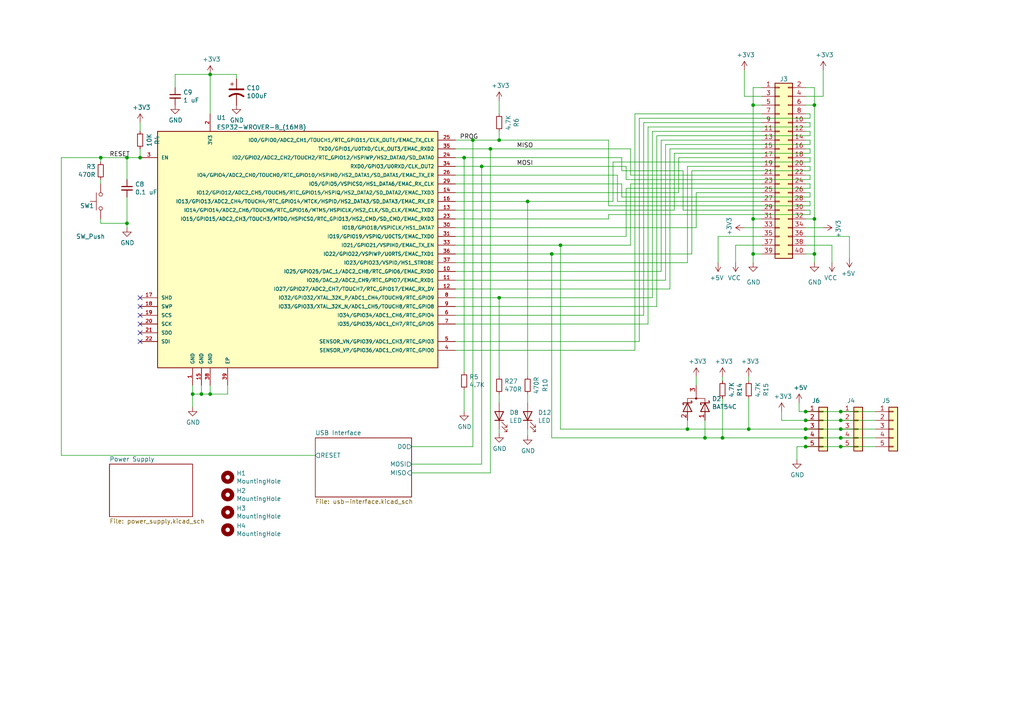
<source format=kicad_sch>
(kicad_sch (version 20211123) (generator eeschema)

  (uuid 7c04618d-9115-4179-b234-a8faf854ea92)

  (paper "A4")

  (lib_symbols
    (symbol "Connector_Generic:Conn_01x05" (pin_names (offset 1.016) hide) (in_bom yes) (on_board yes)
      (property "Reference" "J" (id 0) (at 0 7.62 0)
        (effects (font (size 1.27 1.27)))
      )
      (property "Value" "Conn_01x05" (id 1) (at 0 -7.62 0)
        (effects (font (size 1.27 1.27)))
      )
      (property "Footprint" "" (id 2) (at 0 0 0)
        (effects (font (size 1.27 1.27)) hide)
      )
      (property "Datasheet" "~" (id 3) (at 0 0 0)
        (effects (font (size 1.27 1.27)) hide)
      )
      (property "ki_keywords" "connector" (id 4) (at 0 0 0)
        (effects (font (size 1.27 1.27)) hide)
      )
      (property "ki_description" "Generic connector, single row, 01x05, script generated (kicad-library-utils/schlib/autogen/connector/)" (id 5) (at 0 0 0)
        (effects (font (size 1.27 1.27)) hide)
      )
      (property "ki_fp_filters" "Connector*:*_1x??_*" (id 6) (at 0 0 0)
        (effects (font (size 1.27 1.27)) hide)
      )
      (symbol "Conn_01x05_1_1"
        (rectangle (start -1.27 -4.953) (end 0 -5.207)
          (stroke (width 0.1524) (type default) (color 0 0 0 0))
          (fill (type none))
        )
        (rectangle (start -1.27 -2.413) (end 0 -2.667)
          (stroke (width 0.1524) (type default) (color 0 0 0 0))
          (fill (type none))
        )
        (rectangle (start -1.27 0.127) (end 0 -0.127)
          (stroke (width 0.1524) (type default) (color 0 0 0 0))
          (fill (type none))
        )
        (rectangle (start -1.27 2.667) (end 0 2.413)
          (stroke (width 0.1524) (type default) (color 0 0 0 0))
          (fill (type none))
        )
        (rectangle (start -1.27 5.207) (end 0 4.953)
          (stroke (width 0.1524) (type default) (color 0 0 0 0))
          (fill (type none))
        )
        (rectangle (start -1.27 6.35) (end 1.27 -6.35)
          (stroke (width 0.254) (type default) (color 0 0 0 0))
          (fill (type background))
        )
        (pin passive line (at -5.08 5.08 0) (length 3.81)
          (name "Pin_1" (effects (font (size 1.27 1.27))))
          (number "1" (effects (font (size 1.27 1.27))))
        )
        (pin passive line (at -5.08 2.54 0) (length 3.81)
          (name "Pin_2" (effects (font (size 1.27 1.27))))
          (number "2" (effects (font (size 1.27 1.27))))
        )
        (pin passive line (at -5.08 0 0) (length 3.81)
          (name "Pin_3" (effects (font (size 1.27 1.27))))
          (number "3" (effects (font (size 1.27 1.27))))
        )
        (pin passive line (at -5.08 -2.54 0) (length 3.81)
          (name "Pin_4" (effects (font (size 1.27 1.27))))
          (number "4" (effects (font (size 1.27 1.27))))
        )
        (pin passive line (at -5.08 -5.08 0) (length 3.81)
          (name "Pin_5" (effects (font (size 1.27 1.27))))
          (number "5" (effects (font (size 1.27 1.27))))
        )
      )
    )
    (symbol "Connector_Generic:Conn_02x20_Odd_Even" (pin_names (offset 1.016) hide) (in_bom yes) (on_board yes)
      (property "Reference" "J" (id 0) (at 1.27 25.4 0)
        (effects (font (size 1.27 1.27)))
      )
      (property "Value" "Conn_02x20_Odd_Even" (id 1) (at 1.27 -27.94 0)
        (effects (font (size 1.27 1.27)))
      )
      (property "Footprint" "" (id 2) (at 0 0 0)
        (effects (font (size 1.27 1.27)) hide)
      )
      (property "Datasheet" "~" (id 3) (at 0 0 0)
        (effects (font (size 1.27 1.27)) hide)
      )
      (property "ki_keywords" "connector" (id 4) (at 0 0 0)
        (effects (font (size 1.27 1.27)) hide)
      )
      (property "ki_description" "Generic connector, double row, 02x20, odd/even pin numbering scheme (row 1 odd numbers, row 2 even numbers), script generated (kicad-library-utils/schlib/autogen/connector/)" (id 5) (at 0 0 0)
        (effects (font (size 1.27 1.27)) hide)
      )
      (property "ki_fp_filters" "Connector*:*_2x??_*" (id 6) (at 0 0 0)
        (effects (font (size 1.27 1.27)) hide)
      )
      (symbol "Conn_02x20_Odd_Even_1_1"
        (rectangle (start -1.27 -25.273) (end 0 -25.527)
          (stroke (width 0.1524) (type default) (color 0 0 0 0))
          (fill (type none))
        )
        (rectangle (start -1.27 -22.733) (end 0 -22.987)
          (stroke (width 0.1524) (type default) (color 0 0 0 0))
          (fill (type none))
        )
        (rectangle (start -1.27 -20.193) (end 0 -20.447)
          (stroke (width 0.1524) (type default) (color 0 0 0 0))
          (fill (type none))
        )
        (rectangle (start -1.27 -17.653) (end 0 -17.907)
          (stroke (width 0.1524) (type default) (color 0 0 0 0))
          (fill (type none))
        )
        (rectangle (start -1.27 -15.113) (end 0 -15.367)
          (stroke (width 0.1524) (type default) (color 0 0 0 0))
          (fill (type none))
        )
        (rectangle (start -1.27 -12.573) (end 0 -12.827)
          (stroke (width 0.1524) (type default) (color 0 0 0 0))
          (fill (type none))
        )
        (rectangle (start -1.27 -10.033) (end 0 -10.287)
          (stroke (width 0.1524) (type default) (color 0 0 0 0))
          (fill (type none))
        )
        (rectangle (start -1.27 -7.493) (end 0 -7.747)
          (stroke (width 0.1524) (type default) (color 0 0 0 0))
          (fill (type none))
        )
        (rectangle (start -1.27 -4.953) (end 0 -5.207)
          (stroke (width 0.1524) (type default) (color 0 0 0 0))
          (fill (type none))
        )
        (rectangle (start -1.27 -2.413) (end 0 -2.667)
          (stroke (width 0.1524) (type default) (color 0 0 0 0))
          (fill (type none))
        )
        (rectangle (start -1.27 0.127) (end 0 -0.127)
          (stroke (width 0.1524) (type default) (color 0 0 0 0))
          (fill (type none))
        )
        (rectangle (start -1.27 2.667) (end 0 2.413)
          (stroke (width 0.1524) (type default) (color 0 0 0 0))
          (fill (type none))
        )
        (rectangle (start -1.27 5.207) (end 0 4.953)
          (stroke (width 0.1524) (type default) (color 0 0 0 0))
          (fill (type none))
        )
        (rectangle (start -1.27 7.747) (end 0 7.493)
          (stroke (width 0.1524) (type default) (color 0 0 0 0))
          (fill (type none))
        )
        (rectangle (start -1.27 10.287) (end 0 10.033)
          (stroke (width 0.1524) (type default) (color 0 0 0 0))
          (fill (type none))
        )
        (rectangle (start -1.27 12.827) (end 0 12.573)
          (stroke (width 0.1524) (type default) (color 0 0 0 0))
          (fill (type none))
        )
        (rectangle (start -1.27 15.367) (end 0 15.113)
          (stroke (width 0.1524) (type default) (color 0 0 0 0))
          (fill (type none))
        )
        (rectangle (start -1.27 17.907) (end 0 17.653)
          (stroke (width 0.1524) (type default) (color 0 0 0 0))
          (fill (type none))
        )
        (rectangle (start -1.27 20.447) (end 0 20.193)
          (stroke (width 0.1524) (type default) (color 0 0 0 0))
          (fill (type none))
        )
        (rectangle (start -1.27 22.987) (end 0 22.733)
          (stroke (width 0.1524) (type default) (color 0 0 0 0))
          (fill (type none))
        )
        (rectangle (start -1.27 24.13) (end 3.81 -26.67)
          (stroke (width 0.254) (type default) (color 0 0 0 0))
          (fill (type background))
        )
        (rectangle (start 3.81 -25.273) (end 2.54 -25.527)
          (stroke (width 0.1524) (type default) (color 0 0 0 0))
          (fill (type none))
        )
        (rectangle (start 3.81 -22.733) (end 2.54 -22.987)
          (stroke (width 0.1524) (type default) (color 0 0 0 0))
          (fill (type none))
        )
        (rectangle (start 3.81 -20.193) (end 2.54 -20.447)
          (stroke (width 0.1524) (type default) (color 0 0 0 0))
          (fill (type none))
        )
        (rectangle (start 3.81 -17.653) (end 2.54 -17.907)
          (stroke (width 0.1524) (type default) (color 0 0 0 0))
          (fill (type none))
        )
        (rectangle (start 3.81 -15.113) (end 2.54 -15.367)
          (stroke (width 0.1524) (type default) (color 0 0 0 0))
          (fill (type none))
        )
        (rectangle (start 3.81 -12.573) (end 2.54 -12.827)
          (stroke (width 0.1524) (type default) (color 0 0 0 0))
          (fill (type none))
        )
        (rectangle (start 3.81 -10.033) (end 2.54 -10.287)
          (stroke (width 0.1524) (type default) (color 0 0 0 0))
          (fill (type none))
        )
        (rectangle (start 3.81 -7.493) (end 2.54 -7.747)
          (stroke (width 0.1524) (type default) (color 0 0 0 0))
          (fill (type none))
        )
        (rectangle (start 3.81 -4.953) (end 2.54 -5.207)
          (stroke (width 0.1524) (type default) (color 0 0 0 0))
          (fill (type none))
        )
        (rectangle (start 3.81 -2.413) (end 2.54 -2.667)
          (stroke (width 0.1524) (type default) (color 0 0 0 0))
          (fill (type none))
        )
        (rectangle (start 3.81 0.127) (end 2.54 -0.127)
          (stroke (width 0.1524) (type default) (color 0 0 0 0))
          (fill (type none))
        )
        (rectangle (start 3.81 2.667) (end 2.54 2.413)
          (stroke (width 0.1524) (type default) (color 0 0 0 0))
          (fill (type none))
        )
        (rectangle (start 3.81 5.207) (end 2.54 4.953)
          (stroke (width 0.1524) (type default) (color 0 0 0 0))
          (fill (type none))
        )
        (rectangle (start 3.81 7.747) (end 2.54 7.493)
          (stroke (width 0.1524) (type default) (color 0 0 0 0))
          (fill (type none))
        )
        (rectangle (start 3.81 10.287) (end 2.54 10.033)
          (stroke (width 0.1524) (type default) (color 0 0 0 0))
          (fill (type none))
        )
        (rectangle (start 3.81 12.827) (end 2.54 12.573)
          (stroke (width 0.1524) (type default) (color 0 0 0 0))
          (fill (type none))
        )
        (rectangle (start 3.81 15.367) (end 2.54 15.113)
          (stroke (width 0.1524) (type default) (color 0 0 0 0))
          (fill (type none))
        )
        (rectangle (start 3.81 17.907) (end 2.54 17.653)
          (stroke (width 0.1524) (type default) (color 0 0 0 0))
          (fill (type none))
        )
        (rectangle (start 3.81 20.447) (end 2.54 20.193)
          (stroke (width 0.1524) (type default) (color 0 0 0 0))
          (fill (type none))
        )
        (rectangle (start 3.81 22.987) (end 2.54 22.733)
          (stroke (width 0.1524) (type default) (color 0 0 0 0))
          (fill (type none))
        )
        (pin passive line (at -5.08 22.86 0) (length 3.81)
          (name "Pin_1" (effects (font (size 1.27 1.27))))
          (number "1" (effects (font (size 1.27 1.27))))
        )
        (pin passive line (at 7.62 12.7 180) (length 3.81)
          (name "Pin_10" (effects (font (size 1.27 1.27))))
          (number "10" (effects (font (size 1.27 1.27))))
        )
        (pin passive line (at -5.08 10.16 0) (length 3.81)
          (name "Pin_11" (effects (font (size 1.27 1.27))))
          (number "11" (effects (font (size 1.27 1.27))))
        )
        (pin passive line (at 7.62 10.16 180) (length 3.81)
          (name "Pin_12" (effects (font (size 1.27 1.27))))
          (number "12" (effects (font (size 1.27 1.27))))
        )
        (pin passive line (at -5.08 7.62 0) (length 3.81)
          (name "Pin_13" (effects (font (size 1.27 1.27))))
          (number "13" (effects (font (size 1.27 1.27))))
        )
        (pin passive line (at 7.62 7.62 180) (length 3.81)
          (name "Pin_14" (effects (font (size 1.27 1.27))))
          (number "14" (effects (font (size 1.27 1.27))))
        )
        (pin passive line (at -5.08 5.08 0) (length 3.81)
          (name "Pin_15" (effects (font (size 1.27 1.27))))
          (number "15" (effects (font (size 1.27 1.27))))
        )
        (pin passive line (at 7.62 5.08 180) (length 3.81)
          (name "Pin_16" (effects (font (size 1.27 1.27))))
          (number "16" (effects (font (size 1.27 1.27))))
        )
        (pin passive line (at -5.08 2.54 0) (length 3.81)
          (name "Pin_17" (effects (font (size 1.27 1.27))))
          (number "17" (effects (font (size 1.27 1.27))))
        )
        (pin passive line (at 7.62 2.54 180) (length 3.81)
          (name "Pin_18" (effects (font (size 1.27 1.27))))
          (number "18" (effects (font (size 1.27 1.27))))
        )
        (pin passive line (at -5.08 0 0) (length 3.81)
          (name "Pin_19" (effects (font (size 1.27 1.27))))
          (number "19" (effects (font (size 1.27 1.27))))
        )
        (pin passive line (at 7.62 22.86 180) (length 3.81)
          (name "Pin_2" (effects (font (size 1.27 1.27))))
          (number "2" (effects (font (size 1.27 1.27))))
        )
        (pin passive line (at 7.62 0 180) (length 3.81)
          (name "Pin_20" (effects (font (size 1.27 1.27))))
          (number "20" (effects (font (size 1.27 1.27))))
        )
        (pin passive line (at -5.08 -2.54 0) (length 3.81)
          (name "Pin_21" (effects (font (size 1.27 1.27))))
          (number "21" (effects (font (size 1.27 1.27))))
        )
        (pin passive line (at 7.62 -2.54 180) (length 3.81)
          (name "Pin_22" (effects (font (size 1.27 1.27))))
          (number "22" (effects (font (size 1.27 1.27))))
        )
        (pin passive line (at -5.08 -5.08 0) (length 3.81)
          (name "Pin_23" (effects (font (size 1.27 1.27))))
          (number "23" (effects (font (size 1.27 1.27))))
        )
        (pin passive line (at 7.62 -5.08 180) (length 3.81)
          (name "Pin_24" (effects (font (size 1.27 1.27))))
          (number "24" (effects (font (size 1.27 1.27))))
        )
        (pin passive line (at -5.08 -7.62 0) (length 3.81)
          (name "Pin_25" (effects (font (size 1.27 1.27))))
          (number "25" (effects (font (size 1.27 1.27))))
        )
        (pin passive line (at 7.62 -7.62 180) (length 3.81)
          (name "Pin_26" (effects (font (size 1.27 1.27))))
          (number "26" (effects (font (size 1.27 1.27))))
        )
        (pin passive line (at -5.08 -10.16 0) (length 3.81)
          (name "Pin_27" (effects (font (size 1.27 1.27))))
          (number "27" (effects (font (size 1.27 1.27))))
        )
        (pin passive line (at 7.62 -10.16 180) (length 3.81)
          (name "Pin_28" (effects (font (size 1.27 1.27))))
          (number "28" (effects (font (size 1.27 1.27))))
        )
        (pin passive line (at -5.08 -12.7 0) (length 3.81)
          (name "Pin_29" (effects (font (size 1.27 1.27))))
          (number "29" (effects (font (size 1.27 1.27))))
        )
        (pin passive line (at -5.08 20.32 0) (length 3.81)
          (name "Pin_3" (effects (font (size 1.27 1.27))))
          (number "3" (effects (font (size 1.27 1.27))))
        )
        (pin passive line (at 7.62 -12.7 180) (length 3.81)
          (name "Pin_30" (effects (font (size 1.27 1.27))))
          (number "30" (effects (font (size 1.27 1.27))))
        )
        (pin passive line (at -5.08 -15.24 0) (length 3.81)
          (name "Pin_31" (effects (font (size 1.27 1.27))))
          (number "31" (effects (font (size 1.27 1.27))))
        )
        (pin passive line (at 7.62 -15.24 180) (length 3.81)
          (name "Pin_32" (effects (font (size 1.27 1.27))))
          (number "32" (effects (font (size 1.27 1.27))))
        )
        (pin passive line (at -5.08 -17.78 0) (length 3.81)
          (name "Pin_33" (effects (font (size 1.27 1.27))))
          (number "33" (effects (font (size 1.27 1.27))))
        )
        (pin passive line (at 7.62 -17.78 180) (length 3.81)
          (name "Pin_34" (effects (font (size 1.27 1.27))))
          (number "34" (effects (font (size 1.27 1.27))))
        )
        (pin passive line (at -5.08 -20.32 0) (length 3.81)
          (name "Pin_35" (effects (font (size 1.27 1.27))))
          (number "35" (effects (font (size 1.27 1.27))))
        )
        (pin passive line (at 7.62 -20.32 180) (length 3.81)
          (name "Pin_36" (effects (font (size 1.27 1.27))))
          (number "36" (effects (font (size 1.27 1.27))))
        )
        (pin passive line (at -5.08 -22.86 0) (length 3.81)
          (name "Pin_37" (effects (font (size 1.27 1.27))))
          (number "37" (effects (font (size 1.27 1.27))))
        )
        (pin passive line (at 7.62 -22.86 180) (length 3.81)
          (name "Pin_38" (effects (font (size 1.27 1.27))))
          (number "38" (effects (font (size 1.27 1.27))))
        )
        (pin passive line (at -5.08 -25.4 0) (length 3.81)
          (name "Pin_39" (effects (font (size 1.27 1.27))))
          (number "39" (effects (font (size 1.27 1.27))))
        )
        (pin passive line (at 7.62 20.32 180) (length 3.81)
          (name "Pin_4" (effects (font (size 1.27 1.27))))
          (number "4" (effects (font (size 1.27 1.27))))
        )
        (pin passive line (at 7.62 -25.4 180) (length 3.81)
          (name "Pin_40" (effects (font (size 1.27 1.27))))
          (number "40" (effects (font (size 1.27 1.27))))
        )
        (pin passive line (at -5.08 17.78 0) (length 3.81)
          (name "Pin_5" (effects (font (size 1.27 1.27))))
          (number "5" (effects (font (size 1.27 1.27))))
        )
        (pin passive line (at 7.62 17.78 180) (length 3.81)
          (name "Pin_6" (effects (font (size 1.27 1.27))))
          (number "6" (effects (font (size 1.27 1.27))))
        )
        (pin passive line (at -5.08 15.24 0) (length 3.81)
          (name "Pin_7" (effects (font (size 1.27 1.27))))
          (number "7" (effects (font (size 1.27 1.27))))
        )
        (pin passive line (at 7.62 15.24 180) (length 3.81)
          (name "Pin_8" (effects (font (size 1.27 1.27))))
          (number "8" (effects (font (size 1.27 1.27))))
        )
        (pin passive line (at -5.08 12.7 0) (length 3.81)
          (name "Pin_9" (effects (font (size 1.27 1.27))))
          (number "9" (effects (font (size 1.27 1.27))))
        )
      )
    )
    (symbol "Device:CP1" (pin_numbers hide) (pin_names (offset 0.254) hide) (in_bom yes) (on_board yes)
      (property "Reference" "C" (id 0) (at 0.635 2.54 0)
        (effects (font (size 1.27 1.27)) (justify left))
      )
      (property "Value" "Device_CP1" (id 1) (at 0.635 -2.54 0)
        (effects (font (size 1.27 1.27)) (justify left))
      )
      (property "Footprint" "" (id 2) (at 0 0 0)
        (effects (font (size 1.27 1.27)) hide)
      )
      (property "Datasheet" "" (id 3) (at 0 0 0)
        (effects (font (size 1.27 1.27)) hide)
      )
      (property "ki_fp_filters" "CP_*" (id 4) (at 0 0 0)
        (effects (font (size 1.27 1.27)) hide)
      )
      (symbol "CP1_0_1"
        (polyline
          (pts
            (xy -2.032 0.762)
            (xy 2.032 0.762)
          )
          (stroke (width 0.508) (type default) (color 0 0 0 0))
          (fill (type none))
        )
        (polyline
          (pts
            (xy -1.778 2.286)
            (xy -0.762 2.286)
          )
          (stroke (width 0) (type default) (color 0 0 0 0))
          (fill (type none))
        )
        (polyline
          (pts
            (xy -1.27 1.778)
            (xy -1.27 2.794)
          )
          (stroke (width 0) (type default) (color 0 0 0 0))
          (fill (type none))
        )
        (arc (start 2.032 -1.27) (mid 0 -0.5572) (end -2.032 -1.27)
          (stroke (width 0.508) (type default) (color 0 0 0 0))
          (fill (type none))
        )
      )
      (symbol "CP1_1_1"
        (pin passive line (at 0 3.81 270) (length 2.794)
          (name "~" (effects (font (size 1.27 1.27))))
          (number "1" (effects (font (size 1.27 1.27))))
        )
        (pin passive line (at 0 -3.81 90) (length 3.302)
          (name "~" (effects (font (size 1.27 1.27))))
          (number "2" (effects (font (size 1.27 1.27))))
        )
      )
    )
    (symbol "Device:C_Small" (pin_numbers hide) (pin_names (offset 0.254) hide) (in_bom yes) (on_board yes)
      (property "Reference" "C" (id 0) (at 0.254 1.778 0)
        (effects (font (size 1.27 1.27)) (justify left))
      )
      (property "Value" "C_Small" (id 1) (at 0.254 -2.032 0)
        (effects (font (size 1.27 1.27)) (justify left))
      )
      (property "Footprint" "" (id 2) (at 0 0 0)
        (effects (font (size 1.27 1.27)) hide)
      )
      (property "Datasheet" "~" (id 3) (at 0 0 0)
        (effects (font (size 1.27 1.27)) hide)
      )
      (property "ki_keywords" "capacitor cap" (id 4) (at 0 0 0)
        (effects (font (size 1.27 1.27)) hide)
      )
      (property "ki_description" "Unpolarized capacitor, small symbol" (id 5) (at 0 0 0)
        (effects (font (size 1.27 1.27)) hide)
      )
      (property "ki_fp_filters" "C_*" (id 6) (at 0 0 0)
        (effects (font (size 1.27 1.27)) hide)
      )
      (symbol "C_Small_0_1"
        (polyline
          (pts
            (xy -1.524 -0.508)
            (xy 1.524 -0.508)
          )
          (stroke (width 0.3302) (type default) (color 0 0 0 0))
          (fill (type none))
        )
        (polyline
          (pts
            (xy -1.524 0.508)
            (xy 1.524 0.508)
          )
          (stroke (width 0.3048) (type default) (color 0 0 0 0))
          (fill (type none))
        )
      )
      (symbol "C_Small_1_1"
        (pin passive line (at 0 2.54 270) (length 2.032)
          (name "~" (effects (font (size 1.27 1.27))))
          (number "1" (effects (font (size 1.27 1.27))))
        )
        (pin passive line (at 0 -2.54 90) (length 2.032)
          (name "~" (effects (font (size 1.27 1.27))))
          (number "2" (effects (font (size 1.27 1.27))))
        )
      )
    )
    (symbol "Device:D_Schottky_x2_KCom_AAK_Parallel" (pin_names (offset 0.762) hide) (in_bom yes) (on_board yes)
      (property "Reference" "D" (id 0) (at 0 5.08 0)
        (effects (font (size 1.27 1.27)))
      )
      (property "Value" "Device_D_Schottky_x2_KCom_AAK_Parallel" (id 1) (at 0 -5.08 0)
        (effects (font (size 1.27 1.27)))
      )
      (property "Footprint" "" (id 2) (at 1.27 0 0)
        (effects (font (size 1.27 1.27)) hide)
      )
      (property "Datasheet" "" (id 3) (at 1.27 0 0)
        (effects (font (size 1.27 1.27)) hide)
      )
      (symbol "D_Schottky_x2_KCom_AAK_Parallel_0_1"
        (polyline
          (pts
            (xy 1.27 0)
            (xy 2.54 0)
          )
          (stroke (width 0) (type default) (color 0 0 0 0))
          (fill (type none))
        )
        (polyline
          (pts
            (xy -2.54 -2.54)
            (xy 1.27 -2.54)
            (xy 1.27 2.54)
            (xy -2.54 2.54)
          )
          (stroke (width 0) (type default) (color 0 0 0 0))
          (fill (type none))
        )
        (polyline
          (pts
            (xy -2.54 -1.27)
            (xy 0 -2.54)
            (xy -2.54 -3.81)
            (xy -2.54 -1.27)
            (xy -2.54 -1.27)
            (xy -2.54 -1.27)
          )
          (stroke (width 0.254) (type default) (color 0 0 0 0))
          (fill (type none))
        )
        (polyline
          (pts
            (xy -2.54 3.81)
            (xy 0 2.54)
            (xy -2.54 1.27)
            (xy -2.54 3.81)
            (xy -2.54 3.81)
            (xy -2.54 3.81)
          )
          (stroke (width 0.254) (type default) (color 0 0 0 0))
          (fill (type none))
        )
        (polyline
          (pts
            (xy 0.508 -1.524)
            (xy 0.508 -1.27)
            (xy 0 -1.27)
            (xy 0 -3.81)
            (xy -0.508 -3.81)
            (xy -0.508 -3.556)
          )
          (stroke (width 0.254) (type default) (color 0 0 0 0))
          (fill (type none))
        )
        (polyline
          (pts
            (xy 0.508 3.556)
            (xy 0.508 3.81)
            (xy 0 3.81)
            (xy 0 1.27)
            (xy -0.508 1.27)
            (xy -0.508 1.524)
          )
          (stroke (width 0.254) (type default) (color 0 0 0 0))
          (fill (type none))
        )
        (circle (center 1.27 0) (radius 0.254)
          (stroke (width 0) (type default) (color 0 0 0 0))
          (fill (type outline))
        )
        (pin passive line (at -5.08 2.54 0) (length 2.54)
          (name "K" (effects (font (size 1.27 1.27))))
          (number "1" (effects (font (size 1.27 1.27))))
        )
        (pin passive line (at -5.08 -2.54 0) (length 2.54)
          (name "K" (effects (font (size 1.27 1.27))))
          (number "2" (effects (font (size 1.27 1.27))))
        )
        (pin passive line (at 5.08 0 180) (length 2.54)
          (name "A" (effects (font (size 1.27 1.27))))
          (number "3" (effects (font (size 1.27 1.27))))
        )
      )
    )
    (symbol "Device:LED" (pin_numbers hide) (pin_names (offset 1.016) hide) (in_bom yes) (on_board yes)
      (property "Reference" "D" (id 0) (at 0 2.54 0)
        (effects (font (size 1.27 1.27)))
      )
      (property "Value" "LED" (id 1) (at 0 -2.54 0)
        (effects (font (size 1.27 1.27)))
      )
      (property "Footprint" "" (id 2) (at 0 0 0)
        (effects (font (size 1.27 1.27)) hide)
      )
      (property "Datasheet" "~" (id 3) (at 0 0 0)
        (effects (font (size 1.27 1.27)) hide)
      )
      (property "ki_keywords" "LED diode" (id 4) (at 0 0 0)
        (effects (font (size 1.27 1.27)) hide)
      )
      (property "ki_description" "Light emitting diode" (id 5) (at 0 0 0)
        (effects (font (size 1.27 1.27)) hide)
      )
      (property "ki_fp_filters" "LED* LED_SMD:* LED_THT:*" (id 6) (at 0 0 0)
        (effects (font (size 1.27 1.27)) hide)
      )
      (symbol "LED_0_1"
        (polyline
          (pts
            (xy -1.27 -1.27)
            (xy -1.27 1.27)
          )
          (stroke (width 0.254) (type default) (color 0 0 0 0))
          (fill (type none))
        )
        (polyline
          (pts
            (xy -1.27 0)
            (xy 1.27 0)
          )
          (stroke (width 0) (type default) (color 0 0 0 0))
          (fill (type none))
        )
        (polyline
          (pts
            (xy 1.27 -1.27)
            (xy 1.27 1.27)
            (xy -1.27 0)
            (xy 1.27 -1.27)
          )
          (stroke (width 0.254) (type default) (color 0 0 0 0))
          (fill (type none))
        )
        (polyline
          (pts
            (xy -3.048 -0.762)
            (xy -4.572 -2.286)
            (xy -3.81 -2.286)
            (xy -4.572 -2.286)
            (xy -4.572 -1.524)
          )
          (stroke (width 0) (type default) (color 0 0 0 0))
          (fill (type none))
        )
        (polyline
          (pts
            (xy -1.778 -0.762)
            (xy -3.302 -2.286)
            (xy -2.54 -2.286)
            (xy -3.302 -2.286)
            (xy -3.302 -1.524)
          )
          (stroke (width 0) (type default) (color 0 0 0 0))
          (fill (type none))
        )
      )
      (symbol "LED_1_1"
        (pin passive line (at -3.81 0 0) (length 2.54)
          (name "K" (effects (font (size 1.27 1.27))))
          (number "1" (effects (font (size 1.27 1.27))))
        )
        (pin passive line (at 3.81 0 180) (length 2.54)
          (name "A" (effects (font (size 1.27 1.27))))
          (number "2" (effects (font (size 1.27 1.27))))
        )
      )
    )
    (symbol "Device:R_Small" (pin_numbers hide) (pin_names (offset 0.254) hide) (in_bom yes) (on_board yes)
      (property "Reference" "R" (id 0) (at 0.762 0.508 0)
        (effects (font (size 1.27 1.27)) (justify left))
      )
      (property "Value" "R_Small" (id 1) (at 0.762 -1.016 0)
        (effects (font (size 1.27 1.27)) (justify left))
      )
      (property "Footprint" "" (id 2) (at 0 0 0)
        (effects (font (size 1.27 1.27)) hide)
      )
      (property "Datasheet" "~" (id 3) (at 0 0 0)
        (effects (font (size 1.27 1.27)) hide)
      )
      (property "ki_keywords" "R resistor" (id 4) (at 0 0 0)
        (effects (font (size 1.27 1.27)) hide)
      )
      (property "ki_description" "Resistor, small symbol" (id 5) (at 0 0 0)
        (effects (font (size 1.27 1.27)) hide)
      )
      (property "ki_fp_filters" "R_*" (id 6) (at 0 0 0)
        (effects (font (size 1.27 1.27)) hide)
      )
      (symbol "R_Small_0_1"
        (rectangle (start -0.762 1.778) (end 0.762 -1.778)
          (stroke (width 0.2032) (type default) (color 0 0 0 0))
          (fill (type none))
        )
      )
      (symbol "R_Small_1_1"
        (pin passive line (at 0 2.54 270) (length 0.762)
          (name "~" (effects (font (size 1.27 1.27))))
          (number "1" (effects (font (size 1.27 1.27))))
        )
        (pin passive line (at 0 -2.54 90) (length 0.762)
          (name "~" (effects (font (size 1.27 1.27))))
          (number "2" (effects (font (size 1.27 1.27))))
        )
      )
    )
    (symbol "Mechanical:MountingHole" (pin_names (offset 1.016)) (in_bom yes) (on_board yes)
      (property "Reference" "H" (id 0) (at 0 5.08 0)
        (effects (font (size 1.27 1.27)))
      )
      (property "Value" "MountingHole" (id 1) (at 0 3.175 0)
        (effects (font (size 1.27 1.27)))
      )
      (property "Footprint" "" (id 2) (at 0 0 0)
        (effects (font (size 1.27 1.27)) hide)
      )
      (property "Datasheet" "~" (id 3) (at 0 0 0)
        (effects (font (size 1.27 1.27)) hide)
      )
      (property "ki_keywords" "mounting hole" (id 4) (at 0 0 0)
        (effects (font (size 1.27 1.27)) hide)
      )
      (property "ki_description" "Mounting Hole without connection" (id 5) (at 0 0 0)
        (effects (font (size 1.27 1.27)) hide)
      )
      (property "ki_fp_filters" "MountingHole*" (id 6) (at 0 0 0)
        (effects (font (size 1.27 1.27)) hide)
      )
      (symbol "MountingHole_0_1"
        (circle (center 0 0) (radius 1.27)
          (stroke (width 1.27) (type default) (color 0 0 0 0))
          (fill (type none))
        )
      )
    )
    (symbol "Switch:SW_Push" (pin_numbers hide) (pin_names (offset 1.016) hide) (in_bom yes) (on_board yes)
      (property "Reference" "SW" (id 0) (at 1.27 2.54 0)
        (effects (font (size 1.27 1.27)) (justify left))
      )
      (property "Value" "Switch_SW_Push" (id 1) (at 0 -1.524 0)
        (effects (font (size 1.27 1.27)))
      )
      (property "Footprint" "" (id 2) (at 0 5.08 0)
        (effects (font (size 1.27 1.27)) hide)
      )
      (property "Datasheet" "" (id 3) (at 0 5.08 0)
        (effects (font (size 1.27 1.27)) hide)
      )
      (symbol "SW_Push_0_1"
        (circle (center -2.032 0) (radius 0.508)
          (stroke (width 0) (type default) (color 0 0 0 0))
          (fill (type none))
        )
        (polyline
          (pts
            (xy 0 1.27)
            (xy 0 3.048)
          )
          (stroke (width 0) (type default) (color 0 0 0 0))
          (fill (type none))
        )
        (polyline
          (pts
            (xy 2.54 1.27)
            (xy -2.54 1.27)
          )
          (stroke (width 0) (type default) (color 0 0 0 0))
          (fill (type none))
        )
        (circle (center 2.032 0) (radius 0.508)
          (stroke (width 0) (type default) (color 0 0 0 0))
          (fill (type none))
        )
        (pin passive line (at -5.08 0 0) (length 2.54)
          (name "1" (effects (font (size 1.27 1.27))))
          (number "1" (effects (font (size 1.27 1.27))))
        )
        (pin passive line (at 5.08 0 180) (length 2.54)
          (name "2" (effects (font (size 1.27 1.27))))
          (number "2" (effects (font (size 1.27 1.27))))
        )
      )
    )
    (symbol "custom:ESP32-WROVER-B_(16MB)" (pin_names (offset 1.016)) (in_bom yes) (on_board yes)
      (property "Reference" "U" (id 0) (at 66.04 38.1 0)
        (effects (font (size 1.27 1.27)) (justify left bottom))
      )
      (property "Value" "ESP32-WROVER-B_(16MB)" (id 1) (at 66.04 35.56 0)
        (effects (font (size 1.27 1.27)) (justify left bottom))
      )
      (property "Footprint" "XCVR_ESP32-WROVER-B_(16MB)" (id 2) (at 40.64 2.54 0)
        (effects (font (size 1.27 1.27)) (justify bottom) hide)
      )
      (property "Datasheet" "" (id 3) (at 0 0 0)
        (effects (font (size 1.27 1.27)) hide)
      )
      (property "MANUFACTURER" "ESPRESSIF SYSTEMS" (id 4) (at 35.56 -2.54 0)
        (effects (font (size 1.27 1.27)) (justify bottom) hide)
      )
      (property "PARTREV" "1.1" (id 5) (at 27.94 -5.08 0)
        (effects (font (size 1.27 1.27)) (justify bottom) hide)
      )
      (property "STANDARD" "Manufacturer Recommendations" (id 6) (at 40.64 0 0)
        (effects (font (size 1.27 1.27)) (justify bottom) hide)
      )
      (symbol "ESP32-WROVER-B_(16MB)_0_0"
        (rectangle (start 20.32 35.56) (end 101.6 -33.02)
          (stroke (width 0.254) (type default) (color 0 0 0 0))
          (fill (type background))
        )
        (pin power_in line (at 30.48 -38.1 90) (length 5.08)
          (name "GND" (effects (font (size 1.016 1.016))))
          (number "1" (effects (font (size 1.016 1.016))))
        )
        (pin bidirectional line (at 106.68 -5.08 180) (length 5.08)
          (name "IO25/GPIO25/DAC_1/ADC2_CH8/RTC_GPIO6/EMAC_RXD0" (effects (font (size 1.016 1.016))))
          (number "10" (effects (font (size 1.016 1.016))))
        )
        (pin bidirectional line (at 106.68 -7.62 180) (length 5.08)
          (name "IO26/DAC_2/ADC2_CH9/RTC_GPIO7/EMAC_RXD1" (effects (font (size 1.016 1.016))))
          (number "11" (effects (font (size 1.016 1.016))))
        )
        (pin bidirectional line (at 106.68 -10.16 180) (length 5.08)
          (name "IO27/GPIO27/ADC2_CH7/TOUCH7/RTC_GPIO17/EMAC_RX_DV" (effects (font (size 1.016 1.016))))
          (number "12" (effects (font (size 1.016 1.016))))
        )
        (pin bidirectional line (at 106.68 12.7 180) (length 5.08)
          (name "IO14/GPIO14/ADC2_CH6/TOUCH6/RTC_GPIO16/MTMS/HSPICLK/HS2_CLK/SD_CLK/EMAC_TXD2" (effects (font (size 1.016 1.016))))
          (number "13" (effects (font (size 1.016 1.016))))
        )
        (pin bidirectional line (at 106.68 17.78 180) (length 5.08)
          (name "IO12/GPIO12/ADC2_CH5/TOUCH5/RTC_GPIO15/HSPIQ/HS2_DATA2/SD_DATA2/EMAC_TXD3" (effects (font (size 1.016 1.016))))
          (number "14" (effects (font (size 1.016 1.016))))
        )
        (pin power_in line (at 33.02 -38.1 90) (length 5.08)
          (name "GND" (effects (font (size 1.016 1.016))))
          (number "15" (effects (font (size 1.016 1.016))))
        )
        (pin bidirectional line (at 106.68 15.24 180) (length 5.08)
          (name "IO13/GPIO13/ADC2_CH4/TOUCH4/RTC_GPIO14/MTCK/HSPID/HS2_DATA3/SD_DATA3/EMAC_RX_ER" (effects (font (size 1.016 1.016))))
          (number "16" (effects (font (size 1.016 1.016))))
        )
        (pin bidirectional line (at 15.24 -12.7 0) (length 5.08)
          (name "SHD" (effects (font (size 1.016 1.016))))
          (number "17" (effects (font (size 1.016 1.016))))
        )
        (pin bidirectional line (at 15.24 -15.24 0) (length 5.08)
          (name "SWP" (effects (font (size 1.016 1.016))))
          (number "18" (effects (font (size 1.016 1.016))))
        )
        (pin bidirectional line (at 15.24 -17.78 0) (length 5.08)
          (name "SCS" (effects (font (size 1.016 1.016))))
          (number "19" (effects (font (size 1.016 1.016))))
        )
        (pin power_in line (at 35.56 40.64 270) (length 5.08)
          (name "3V3" (effects (font (size 1.016 1.016))))
          (number "2" (effects (font (size 1.016 1.016))))
        )
        (pin bidirectional line (at 15.24 -20.32 0) (length 5.08)
          (name "SCK" (effects (font (size 1.016 1.016))))
          (number "20" (effects (font (size 1.016 1.016))))
        )
        (pin bidirectional line (at 15.24 -22.86 0) (length 5.08)
          (name "SDO" (effects (font (size 1.016 1.016))))
          (number "21" (effects (font (size 1.016 1.016))))
        )
        (pin bidirectional line (at 15.24 -25.4 0) (length 5.08)
          (name "SDI" (effects (font (size 1.016 1.016))))
          (number "22" (effects (font (size 1.016 1.016))))
        )
        (pin bidirectional line (at 106.68 10.16 180) (length 5.08)
          (name "IO15/GPIO15/ADC2_CH3/TOUCH3/MTDO/HSPICS0/RTC_GPIO13/HS2_CMD/SD_CMD/EMAC_RXD3" (effects (font (size 1.016 1.016))))
          (number "23" (effects (font (size 1.016 1.016))))
        )
        (pin bidirectional line (at 106.68 27.94 180) (length 5.08)
          (name "IO2/GPIO2/ADC2_CH2/TOUCH2/RTC_GPIO12/HSPIWP/HS2_DATA0/SD_DATA0" (effects (font (size 1.016 1.016))))
          (number "24" (effects (font (size 1.016 1.016))))
        )
        (pin bidirectional line (at 106.68 33.02 180) (length 5.08)
          (name "IO0/GPIO0/ADC2_CH1/TOUCH1/RTC_GPIO11/CLK_OUT1/EMAC_TX_CLK" (effects (font (size 1.016 1.016))))
          (number "25" (effects (font (size 1.016 1.016))))
        )
        (pin bidirectional line (at 106.68 22.86 180) (length 5.08)
          (name "IO4/GPIO4/ADC2_CH0/TOUCH0/RTC_GPIO10/HSPIHD/HS2_DATA1/SD_DATA1/EMAC_TX_ER" (effects (font (size 1.016 1.016))))
          (number "26" (effects (font (size 1.016 1.016))))
        )
        (pin bidirectional line (at 106.68 20.32 180) (length 5.08)
          (name "IO5/GPIO5/VSPICS0/HS1_DATA6/EMAC_RX_CLK" (effects (font (size 1.016 1.016))))
          (number "29" (effects (font (size 1.016 1.016))))
        )
        (pin input line (at 15.24 27.94 0) (length 5.08)
          (name "EN" (effects (font (size 1.016 1.016))))
          (number "3" (effects (font (size 1.016 1.016))))
        )
        (pin bidirectional line (at 106.68 7.62 180) (length 5.08)
          (name "IO18/GPIO18/VSPICLK/HS1_DATA7" (effects (font (size 1.016 1.016))))
          (number "30" (effects (font (size 1.016 1.016))))
        )
        (pin bidirectional line (at 106.68 5.08 180) (length 5.08)
          (name "IO19/GPIO19/VSPIQ/U0CTS/EMAC_TXD0" (effects (font (size 1.016 1.016))))
          (number "31" (effects (font (size 1.016 1.016))))
        )
        (pin bidirectional line (at 106.68 2.54 180) (length 5.08)
          (name "IO21/GPIO21/VSPIHD/EMAC_TX_EN" (effects (font (size 1.016 1.016))))
          (number "33" (effects (font (size 1.016 1.016))))
        )
        (pin bidirectional line (at 106.68 25.4 180) (length 5.08)
          (name "RXD0/GPIO3/U0RXD/CLK_OUT2" (effects (font (size 1.016 1.016))))
          (number "34" (effects (font (size 1.016 1.016))))
        )
        (pin bidirectional line (at 106.68 30.48 180) (length 5.08)
          (name "TXD0/GPIO1/U0TXD/CLK_OUT3/EMAC_RXD2" (effects (font (size 1.016 1.016))))
          (number "35" (effects (font (size 1.016 1.016))))
        )
        (pin bidirectional line (at 106.68 0 180) (length 5.08)
          (name "IO22/GPIO22/VSPIWP/U0RTS/EMAC_TXD1" (effects (font (size 1.016 1.016))))
          (number "36" (effects (font (size 1.016 1.016))))
        )
        (pin bidirectional line (at 106.68 -2.54 180) (length 5.08)
          (name "IO23/GPIO23/VSPID/HS1_STROBE" (effects (font (size 1.016 1.016))))
          (number "37" (effects (font (size 1.016 1.016))))
        )
        (pin power_in line (at 35.56 -38.1 90) (length 5.08)
          (name "GND" (effects (font (size 1.016 1.016))))
          (number "38" (effects (font (size 1.016 1.016))))
        )
        (pin power_in line (at 40.64 -38.1 90) (length 5.08)
          (name "EP" (effects (font (size 1.016 1.016))))
          (number "39" (effects (font (size 1.016 1.016))))
        )
        (pin bidirectional line (at 106.68 -27.94 180) (length 5.08)
          (name "SENSOR_VP/GPIO36/ADC1_CH0/RTC_GPIO0" (effects (font (size 1.016 1.016))))
          (number "4" (effects (font (size 1.016 1.016))))
        )
        (pin bidirectional line (at 106.68 -25.4 180) (length 5.08)
          (name "SENSOR_VN/GPIO39/ADC1_CH3/RTC_GPIO3" (effects (font (size 1.016 1.016))))
          (number "5" (effects (font (size 1.016 1.016))))
        )
        (pin bidirectional line (at 106.68 -17.78 180) (length 5.08)
          (name "IO34/GPIO34/ADC1_CH6/RTC_GPIO4" (effects (font (size 1.016 1.016))))
          (number "6" (effects (font (size 1.016 1.016))))
        )
        (pin bidirectional line (at 106.68 -20.32 180) (length 5.08)
          (name "IO35/GPIO35/ADC1_CH7/RTC_GPIO5" (effects (font (size 1.016 1.016))))
          (number "7" (effects (font (size 1.016 1.016))))
        )
        (pin bidirectional line (at 106.68 -12.7 180) (length 5.08)
          (name "IO32/GPIO32/XTAL_32K_P/ADC1_CH4/TOUCH9/RTC_GPIO9" (effects (font (size 1.016 1.016))))
          (number "8" (effects (font (size 1.016 1.016))))
        )
        (pin bidirectional line (at 106.68 -15.24 180) (length 5.08)
          (name "IO33/GPIO33/XTAL_32K_N/ADC1_CH5/TOUCH8/RTC_GPIO8" (effects (font (size 1.016 1.016))))
          (number "9" (effects (font (size 1.016 1.016))))
        )
      )
    )
    (symbol "power:+3V3" (power) (pin_names (offset 0)) (in_bom yes) (on_board yes)
      (property "Reference" "#PWR" (id 0) (at 0 -3.81 0)
        (effects (font (size 1.27 1.27)) hide)
      )
      (property "Value" "+3V3" (id 1) (at 0 3.556 0)
        (effects (font (size 1.27 1.27)))
      )
      (property "Footprint" "" (id 2) (at 0 0 0)
        (effects (font (size 1.27 1.27)) hide)
      )
      (property "Datasheet" "" (id 3) (at 0 0 0)
        (effects (font (size 1.27 1.27)) hide)
      )
      (property "ki_keywords" "power-flag" (id 4) (at 0 0 0)
        (effects (font (size 1.27 1.27)) hide)
      )
      (property "ki_description" "Power symbol creates a global label with name \"+3V3\"" (id 5) (at 0 0 0)
        (effects (font (size 1.27 1.27)) hide)
      )
      (symbol "+3V3_0_1"
        (polyline
          (pts
            (xy -0.762 1.27)
            (xy 0 2.54)
          )
          (stroke (width 0) (type default) (color 0 0 0 0))
          (fill (type none))
        )
        (polyline
          (pts
            (xy 0 0)
            (xy 0 2.54)
          )
          (stroke (width 0) (type default) (color 0 0 0 0))
          (fill (type none))
        )
        (polyline
          (pts
            (xy 0 2.54)
            (xy 0.762 1.27)
          )
          (stroke (width 0) (type default) (color 0 0 0 0))
          (fill (type none))
        )
      )
      (symbol "+3V3_1_1"
        (pin power_in line (at 0 0 90) (length 0) hide
          (name "+3V3" (effects (font (size 1.27 1.27))))
          (number "1" (effects (font (size 1.27 1.27))))
        )
      )
    )
    (symbol "power:+5V" (power) (pin_names (offset 0)) (in_bom yes) (on_board yes)
      (property "Reference" "#PWR" (id 0) (at 0 -3.81 0)
        (effects (font (size 1.27 1.27)) hide)
      )
      (property "Value" "+5V" (id 1) (at 0 3.556 0)
        (effects (font (size 1.27 1.27)))
      )
      (property "Footprint" "" (id 2) (at 0 0 0)
        (effects (font (size 1.27 1.27)) hide)
      )
      (property "Datasheet" "" (id 3) (at 0 0 0)
        (effects (font (size 1.27 1.27)) hide)
      )
      (property "ki_keywords" "power-flag" (id 4) (at 0 0 0)
        (effects (font (size 1.27 1.27)) hide)
      )
      (property "ki_description" "Power symbol creates a global label with name \"+5V\"" (id 5) (at 0 0 0)
        (effects (font (size 1.27 1.27)) hide)
      )
      (symbol "+5V_0_1"
        (polyline
          (pts
            (xy -0.762 1.27)
            (xy 0 2.54)
          )
          (stroke (width 0) (type default) (color 0 0 0 0))
          (fill (type none))
        )
        (polyline
          (pts
            (xy 0 0)
            (xy 0 2.54)
          )
          (stroke (width 0) (type default) (color 0 0 0 0))
          (fill (type none))
        )
        (polyline
          (pts
            (xy 0 2.54)
            (xy 0.762 1.27)
          )
          (stroke (width 0) (type default) (color 0 0 0 0))
          (fill (type none))
        )
      )
      (symbol "+5V_1_1"
        (pin power_in line (at 0 0 90) (length 0) hide
          (name "+5V" (effects (font (size 1.27 1.27))))
          (number "1" (effects (font (size 1.27 1.27))))
        )
      )
    )
    (symbol "power:GND" (power) (pin_names (offset 0)) (in_bom yes) (on_board yes)
      (property "Reference" "#PWR" (id 0) (at 0 -6.35 0)
        (effects (font (size 1.27 1.27)) hide)
      )
      (property "Value" "GND" (id 1) (at 0 -3.81 0)
        (effects (font (size 1.27 1.27)))
      )
      (property "Footprint" "" (id 2) (at 0 0 0)
        (effects (font (size 1.27 1.27)) hide)
      )
      (property "Datasheet" "" (id 3) (at 0 0 0)
        (effects (font (size 1.27 1.27)) hide)
      )
      (property "ki_keywords" "power-flag" (id 4) (at 0 0 0)
        (effects (font (size 1.27 1.27)) hide)
      )
      (property "ki_description" "Power symbol creates a global label with name \"GND\" , ground" (id 5) (at 0 0 0)
        (effects (font (size 1.27 1.27)) hide)
      )
      (symbol "GND_0_1"
        (polyline
          (pts
            (xy 0 0)
            (xy 0 -1.27)
            (xy 1.27 -1.27)
            (xy 0 -2.54)
            (xy -1.27 -1.27)
            (xy 0 -1.27)
          )
          (stroke (width 0) (type default) (color 0 0 0 0))
          (fill (type none))
        )
      )
      (symbol "GND_1_1"
        (pin power_in line (at 0 0 270) (length 0) hide
          (name "GND" (effects (font (size 1.27 1.27))))
          (number "1" (effects (font (size 1.27 1.27))))
        )
      )
    )
    (symbol "power:VCC" (power) (pin_names (offset 0)) (in_bom yes) (on_board yes)
      (property "Reference" "#PWR" (id 0) (at 0 -3.81 0)
        (effects (font (size 1.27 1.27)) hide)
      )
      (property "Value" "VCC" (id 1) (at 0 3.81 0)
        (effects (font (size 1.27 1.27)))
      )
      (property "Footprint" "" (id 2) (at 0 0 0)
        (effects (font (size 1.27 1.27)) hide)
      )
      (property "Datasheet" "" (id 3) (at 0 0 0)
        (effects (font (size 1.27 1.27)) hide)
      )
      (property "ki_keywords" "power-flag" (id 4) (at 0 0 0)
        (effects (font (size 1.27 1.27)) hide)
      )
      (property "ki_description" "Power symbol creates a global label with name \"VCC\"" (id 5) (at 0 0 0)
        (effects (font (size 1.27 1.27)) hide)
      )
      (symbol "VCC_0_1"
        (polyline
          (pts
            (xy -0.762 1.27)
            (xy 0 2.54)
          )
          (stroke (width 0) (type default) (color 0 0 0 0))
          (fill (type none))
        )
        (polyline
          (pts
            (xy 0 0)
            (xy 0 2.54)
          )
          (stroke (width 0) (type default) (color 0 0 0 0))
          (fill (type none))
        )
        (polyline
          (pts
            (xy 0 2.54)
            (xy 0.762 1.27)
          )
          (stroke (width 0) (type default) (color 0 0 0 0))
          (fill (type none))
        )
      )
      (symbol "VCC_1_1"
        (pin power_in line (at 0 0 90) (length 0) hide
          (name "VCC" (effects (font (size 1.27 1.27))))
          (number "1" (effects (font (size 1.27 1.27))))
        )
      )
    )
  )

  (junction (at 162.56 71.12) (diameter 0) (color 0 0 0 0)
    (uuid 15df464d-c60b-4016-962c-fa4cd98fe309)
  )
  (junction (at 243.84 119.38) (diameter 0) (color 0 0 0 0)
    (uuid 1fe6bf56-0693-4a98-bc57-bd58ecf3b4a1)
  )
  (junction (at 233.68 127) (diameter 0) (color 0 0 0 0)
    (uuid 25f65212-a81a-4437-a777-4952ff3efe5f)
  )
  (junction (at 209.55 127) (diameter 0) (color 0 0 0 0)
    (uuid 2a815617-305f-443f-822e-4c82c8269170)
  )
  (junction (at 134.62 45.72) (diameter 0) (color 0 0 0 0)
    (uuid 308cfec5-f1a0-49a1-8b7c-a28a061c77e4)
  )
  (junction (at 144.78 86.36) (diameter 0) (color 0 0 0 0)
    (uuid 31cf3583-74a9-4774-94c5-d3350ecc6474)
  )
  (junction (at 29.21 45.72) (diameter 0) (color 0 0 0 0)
    (uuid 31f90927-1fc6-4e5c-8858-3351d3541421)
  )
  (junction (at 243.84 129.54) (diameter 0) (color 0 0 0 0)
    (uuid 352077df-b318-4cbf-a195-2c404adacd06)
  )
  (junction (at 233.68 124.46) (diameter 0) (color 0 0 0 0)
    (uuid 36a1cb7d-3421-4a4c-9229-a5e0b2fc89f2)
  )
  (junction (at 199.39 124.46) (diameter 0) (color 0 0 0 0)
    (uuid 3b86978e-052e-4096-a644-6aac36c485fe)
  )
  (junction (at 40.64 45.72) (diameter 0) (color 0 0 0 0)
    (uuid 3c4a7246-013e-47f3-b7e4-8746fdafedb8)
  )
  (junction (at 233.68 121.92) (diameter 0) (color 0 0 0 0)
    (uuid 3f73be3e-3185-4f48-aa6f-c982d55f8116)
  )
  (junction (at 233.68 119.38) (diameter 0) (color 0 0 0 0)
    (uuid 4846ef5c-c5b8-4e0f-9ffe-6f26ad39d49a)
  )
  (junction (at 204.47 127) (diameter 0) (color 0 0 0 0)
    (uuid 556e3ae7-9554-4fe4-b28b-a681db585389)
  )
  (junction (at 60.96 21.59) (diameter 0) (color 0 0 0 0)
    (uuid 5701b80f-f006-4814-81c9-0c7f006088a9)
  )
  (junction (at 218.44 73.66) (diameter 0) (color 0 0 0 0)
    (uuid 5c5d5ecd-6901-4a54-aeed-8c2ae07fba8d)
  )
  (junction (at 233.68 129.54) (diameter 0) (color 0 0 0 0)
    (uuid 5eac5267-5cd3-4f06-80fe-6cb77ac971f6)
  )
  (junction (at 36.83 45.72) (diameter 0) (color 0 0 0 0)
    (uuid 662bafcb-dcfb-4471-a8a9-f5c777fdf249)
  )
  (junction (at 217.17 124.46) (diameter 0) (color 0 0 0 0)
    (uuid 71e94781-d797-48c2-a887-0d43553a9e81)
  )
  (junction (at 243.84 124.46) (diameter 0) (color 0 0 0 0)
    (uuid 753d8ed9-b1e8-4ef6-b9ec-c985b1add283)
  )
  (junction (at 58.42 114.3) (diameter 0) (color 0 0 0 0)
    (uuid 75d20f8d-e0e8-4d11-a875-f8226e98c8e1)
  )
  (junction (at 36.83 64.77) (diameter 0) (color 0 0 0 0)
    (uuid 77ef8901-6325-4427-901a-4acd9074dd7b)
  )
  (junction (at 236.22 30.48) (diameter 0) (color 0 0 0 0)
    (uuid 8656a9e3-895a-4384-8ff3-1bb5f959663d)
  )
  (junction (at 160.02 73.66) (diameter 0) (color 0 0 0 0)
    (uuid 86fac8c3-6e34-4290-b8d5-e7bb9a5922b6)
  )
  (junction (at 236.22 63.5) (diameter 0) (color 0 0 0 0)
    (uuid 9f202d6a-2756-4e24-8f23-e640f0642a94)
  )
  (junction (at 243.84 121.92) (diameter 0) (color 0 0 0 0)
    (uuid a7fba4d9-e12f-46b6-9b98-685e04090f30)
  )
  (junction (at 137.16 40.64) (diameter 0) (color 0 0 0 0)
    (uuid ba0c664c-db78-4fcd-969f-a3b74de952ac)
  )
  (junction (at 218.44 30.48) (diameter 0) (color 0 0 0 0)
    (uuid bb5ccb9d-603b-4546-a6d8-7628b940240e)
  )
  (junction (at 60.96 114.3) (diameter 0) (color 0 0 0 0)
    (uuid bfe7557a-1eb8-48c2-9f10-26c295a9e588)
  )
  (junction (at 236.22 73.66) (diameter 0) (color 0 0 0 0)
    (uuid cb0aa6e7-445d-4f60-996f-7b677baef0ab)
  )
  (junction (at 142.24 43.18) (diameter 0) (color 0 0 0 0)
    (uuid d3e0780d-5d0c-4410-aaab-662971d6db46)
  )
  (junction (at 139.7 48.26) (diameter 0) (color 0 0 0 0)
    (uuid d731ac97-e7e3-4ef4-b6ad-bf1b54b15267)
  )
  (junction (at 153.035 58.42) (diameter 0) (color 0 0 0 0)
    (uuid da2c58ac-a7e1-4b8a-9fca-b1bb1e9b180a)
  )
  (junction (at 218.44 63.5) (diameter 0) (color 0 0 0 0)
    (uuid db363e95-9c73-4bb6-b518-181e670b17ef)
  )
  (junction (at 243.84 127) (diameter 0) (color 0 0 0 0)
    (uuid ddc39802-1ba5-46b2-8f53-db9c17ddb734)
  )
  (junction (at 55.88 114.3) (diameter 0) (color 0 0 0 0)
    (uuid f6389538-b171-4024-80db-3e4cc136da27)
  )
  (junction (at 144.78 40.64) (diameter 0) (color 0 0 0 0)
    (uuid fe6d9604-2924-4f38-950b-a31e8a281973)
  )

  (no_connect (at 40.64 91.44) (uuid 6afc19cf-38b4-47a3-bc2b-445b18724310))
  (no_connect (at 40.64 88.9) (uuid 84d296ba-3d39-4264-ad19-947f90c54396))
  (no_connect (at 40.64 86.36) (uuid a90361cd-254c-4d27-ae1f-9a6c85bafe28))
  (no_connect (at 40.64 99.06) (uuid c8a7af6e-c432-4fa3-91ee-c8bf0c5a9ebe))
  (no_connect (at 40.64 96.52) (uuid d01102e9-b170-4eb1-a0a4-9a31feb850b7))
  (no_connect (at 40.64 93.98) (uuid fe14c012-3d58-4e5e-9a37-4b9765a7f764))

  (wire (pts (xy 179.07 58.42) (xy 220.98 58.42))
    (stroke (width 0) (type default) (color 0 0 0 0))
    (uuid 00528fc8-5537-4426-b372-6ccd4c477b7a)
  )
  (wire (pts (xy 119.38 137.16) (xy 142.24 137.16))
    (stroke (width 0) (type default) (color 0 0 0 0))
    (uuid 00d5eb2a-5250-4b09-8339-a844b64eaf25)
  )
  (wire (pts (xy 40.64 35.56) (xy 40.64 38.1))
    (stroke (width 0) (type default) (color 0 0 0 0))
    (uuid 026ac84e-b8b2-4dd2-b675-8323c24fd778)
  )
  (wire (pts (xy 55.88 118.11) (xy 55.88 114.3))
    (stroke (width 0) (type default) (color 0 0 0 0))
    (uuid 0587a6f9-9583-445f-93b4-3f14a07ae456)
  )
  (wire (pts (xy 132.08 71.12) (xy 162.56 71.12))
    (stroke (width 0) (type default) (color 0 0 0 0))
    (uuid 079e45a1-91f1-4143-94b3-7272f6395ffd)
  )
  (wire (pts (xy 234.95 34.29) (xy 234.95 33.02))
    (stroke (width 0) (type default) (color 0 0 0 0))
    (uuid 07a8f46d-7b10-4733-9fb4-03d40fa86919)
  )
  (wire (pts (xy 132.08 76.2) (xy 199.39 76.2))
    (stroke (width 0) (type default) (color 0 0 0 0))
    (uuid 092faf36-514f-4680-85e2-a2b9d76d2e44)
  )
  (wire (pts (xy 180.34 53.34) (xy 180.34 57.15))
    (stroke (width 0) (type default) (color 0 0 0 0))
    (uuid 0b0b1d15-cf9e-44b4-946d-2f5ab0ed5faf)
  )
  (wire (pts (xy 234.95 36.83) (xy 234.95 35.56))
    (stroke (width 0) (type default) (color 0 0 0 0))
    (uuid 0dc9fd9b-08a5-40d5-8468-469f6846f88f)
  )
  (wire (pts (xy 36.83 45.72) (xy 36.83 52.07))
    (stroke (width 0) (type default) (color 0 0 0 0))
    (uuid 0e0f9829-27a5-43b2-a0ae-121d3ce72ef4)
  )
  (wire (pts (xy 160.02 127) (xy 204.47 127))
    (stroke (width 0) (type default) (color 0 0 0 0))
    (uuid 0f560957-a8c5-442f-b20c-c2d88613742c)
  )
  (wire (pts (xy 181.61 54.61) (xy 234.95 54.61))
    (stroke (width 0) (type default) (color 0 0 0 0))
    (uuid 101fe389-4cf9-42fe-b3f6-67e69d8b7106)
  )
  (wire (pts (xy 162.56 71.12) (xy 182.88 71.12))
    (stroke (width 0) (type default) (color 0 0 0 0))
    (uuid 109ac7be-afa9-49af-b314-a1881aa34701)
  )
  (wire (pts (xy 234.95 39.37) (xy 234.95 38.1))
    (stroke (width 0) (type default) (color 0 0 0 0))
    (uuid 124e91a2-9359-4430-a626-df663169a19d)
  )
  (wire (pts (xy 132.08 93.98) (xy 187.96 93.98))
    (stroke (width 0) (type default) (color 0 0 0 0))
    (uuid 13feb88b-3596-46c4-9d75-70d2cfb89016)
  )
  (wire (pts (xy 217.17 115.57) (xy 217.17 124.46))
    (stroke (width 0) (type default) (color 0 0 0 0))
    (uuid 14e82086-d077-4cf6-bc3f-67428070c1a0)
  )
  (wire (pts (xy 233.68 71.12) (xy 241.3 71.12))
    (stroke (width 0) (type default) (color 0 0 0 0))
    (uuid 1545871b-4439-4ca7-937c-38293a364c16)
  )
  (wire (pts (xy 195.58 60.96) (xy 195.58 44.45))
    (stroke (width 0) (type default) (color 0 0 0 0))
    (uuid 15523a4c-7357-434c-9377-cb9c73511904)
  )
  (wire (pts (xy 218.44 63.5) (xy 218.44 73.66))
    (stroke (width 0) (type default) (color 0 0 0 0))
    (uuid 16a2b067-bd40-4223-91fa-980a256e0a9d)
  )
  (wire (pts (xy 204.47 127) (xy 209.55 127))
    (stroke (width 0) (type default) (color 0 0 0 0))
    (uuid 18d90569-83af-4a87-90f5-f661c3108831)
  )
  (wire (pts (xy 58.42 114.3) (xy 55.88 114.3))
    (stroke (width 0) (type default) (color 0 0 0 0))
    (uuid 1a4ce9c4-fa58-49e2-bb4b-01612c4b7ba5)
  )
  (wire (pts (xy 234.95 44.45) (xy 234.95 43.18))
    (stroke (width 0) (type default) (color 0 0 0 0))
    (uuid 1b726c32-b5bf-41a4-bf14-77abfa664795)
  )
  (wire (pts (xy 241.3 76.2) (xy 241.3 71.12))
    (stroke (width 0) (type default) (color 0 0 0 0))
    (uuid 1c7d349c-d2da-4ef6-a8a5-45ed3856b2b6)
  )
  (wire (pts (xy 29.21 64.77) (xy 36.83 64.77))
    (stroke (width 0) (type default) (color 0 0 0 0))
    (uuid 2026567f-be64-41dd-8011-b0897ba0ff2e)
  )
  (wire (pts (xy 132.08 43.18) (xy 142.24 43.18))
    (stroke (width 0) (type default) (color 0 0 0 0))
    (uuid 2028d85e-9e27-4758-8c0b-559fad072813)
  )
  (wire (pts (xy 246.38 68.58) (xy 233.68 68.58))
    (stroke (width 0) (type default) (color 0 0 0 0))
    (uuid 20baa1de-9e0f-4fc4-b4b7-014bb8860659)
  )
  (wire (pts (xy 243.84 119.38) (xy 254 119.38))
    (stroke (width 0) (type default) (color 0 0 0 0))
    (uuid 22cb61fd-590d-4818-8b53-29935dab125a)
  )
  (wire (pts (xy 199.39 124.46) (xy 217.17 124.46))
    (stroke (width 0) (type default) (color 0 0 0 0))
    (uuid 23e10528-84f4-46f0-b298-19f541f56037)
  )
  (wire (pts (xy 243.84 124.46) (xy 254 124.46))
    (stroke (width 0) (type default) (color 0 0 0 0))
    (uuid 24388797-73b9-4776-814a-1e31acdb6d7d)
  )
  (wire (pts (xy 185.42 99.06) (xy 185.42 34.29))
    (stroke (width 0) (type default) (color 0 0 0 0))
    (uuid 256ade7d-8523-472a-861a-191f71fd350a)
  )
  (wire (pts (xy 236.22 73.66) (xy 233.68 73.66))
    (stroke (width 0) (type default) (color 0 0 0 0))
    (uuid 25bd309e-c5cf-49aa-8661-52ad72ea96b9)
  )
  (wire (pts (xy 134.62 45.72) (xy 134.62 107.95))
    (stroke (width 0) (type default) (color 0 0 0 0))
    (uuid 27b2eb82-662b-42d8-90e6-830fec4bb8d2)
  )
  (wire (pts (xy 217.17 109.22) (xy 217.17 110.49))
    (stroke (width 0) (type default) (color 0 0 0 0))
    (uuid 283c990c-ae5a-4e41-a3ad-b40ca29fe90e)
  )
  (wire (pts (xy 234.95 33.02) (xy 233.68 33.02))
    (stroke (width 0) (type default) (color 0 0 0 0))
    (uuid 2892dc2b-09b7-4145-b786-8dfc84b0fd8d)
  )
  (wire (pts (xy 180.34 49.53) (xy 180.34 45.72))
    (stroke (width 0) (type default) (color 0 0 0 0))
    (uuid 2a889a55-c65d-41b8-9aa2-04f52e41c72c)
  )
  (wire (pts (xy 234.95 35.56) (xy 233.68 35.56))
    (stroke (width 0) (type default) (color 0 0 0 0))
    (uuid 2c30fd5c-9e15-462c-b84f-d772c50a603e)
  )
  (wire (pts (xy 132.08 40.64) (xy 137.16 40.64))
    (stroke (width 0) (type default) (color 0 0 0 0))
    (uuid 311665d9-0fab-4325-8b46-f3638bf521df)
  )
  (wire (pts (xy 236.22 63.5) (xy 236.22 73.66))
    (stroke (width 0) (type default) (color 0 0 0 0))
    (uuid 3177987c-7e26-4657-acfd-ff07e67bda8e)
  )
  (wire (pts (xy 236.22 25.4) (xy 236.22 30.48))
    (stroke (width 0) (type default) (color 0 0 0 0))
    (uuid 320d16ab-9faa-46f3-a7f8-7640aef5570e)
  )
  (wire (pts (xy 132.08 78.74) (xy 191.77 78.74))
    (stroke (width 0) (type default) (color 0 0 0 0))
    (uuid 32a2c2c7-9be9-4357-b0d1-57780db5c308)
  )
  (wire (pts (xy 194.31 43.18) (xy 220.98 43.18))
    (stroke (width 0) (type default) (color 0 0 0 0))
    (uuid 347b4b4d-07da-4908-9fc2-08dd19a102b5)
  )
  (wire (pts (xy 40.64 43.18) (xy 40.64 45.72))
    (stroke (width 0) (type default) (color 0 0 0 0))
    (uuid 34cdc1c9-c9e2-44c4-9677-c1c7d7efd83d)
  )
  (wire (pts (xy 132.08 83.82) (xy 194.31 83.82))
    (stroke (width 0) (type default) (color 0 0 0 0))
    (uuid 34ce7009-187e-4541-a14e-708b3a2903d9)
  )
  (wire (pts (xy 132.08 50.8) (xy 179.07 50.8))
    (stroke (width 0) (type default) (color 0 0 0 0))
    (uuid 35fb7c56-dc85-43f7-b954-81b8040a8500)
  )
  (wire (pts (xy 234.95 41.91) (xy 234.95 40.64))
    (stroke (width 0) (type default) (color 0 0 0 0))
    (uuid 37687ef6-9453-4425-b23f-531c041296ec)
  )
  (wire (pts (xy 233.68 119.38) (xy 243.84 119.38))
    (stroke (width 0) (type default) (color 0 0 0 0))
    (uuid 38f20c49-3bba-4602-8f8f-dc4d5c8cf15e)
  )
  (wire (pts (xy 236.22 76.2) (xy 236.22 73.66))
    (stroke (width 0) (type default) (color 0 0 0 0))
    (uuid 3c1a6a71-9df1-45ed-b8b9-5e7d5a99eaaa)
  )
  (wire (pts (xy 233.68 129.54) (xy 243.84 129.54))
    (stroke (width 0) (type default) (color 0 0 0 0))
    (uuid 3d8e27d8-5c9c-4d6e-a1a4-162ebb8aa12b)
  )
  (wire (pts (xy 186.69 91.44) (xy 186.69 35.56))
    (stroke (width 0) (type default) (color 0 0 0 0))
    (uuid 3ddcdcdb-ec19-49a6-815e-c32a32ad1d1e)
  )
  (wire (pts (xy 132.08 66.04) (xy 201.93 66.04))
    (stroke (width 0) (type default) (color 0 0 0 0))
    (uuid 3f2a6679-91d7-4b6c-bf5c-c4d5abb2bc44)
  )
  (wire (pts (xy 36.83 45.72) (xy 40.64 45.72))
    (stroke (width 0) (type default) (color 0 0 0 0))
    (uuid 3f96e159-1f3b-4ee7-a46e-e60d78f2137a)
  )
  (wire (pts (xy 208.28 68.58) (xy 208.28 76.2))
    (stroke (width 0) (type default) (color 0 0 0 0))
    (uuid 3fdea5a2-f243-44a1-b9dd-3b1649fc8ce1)
  )
  (wire (pts (xy 177.8 46.99) (xy 234.95 46.99))
    (stroke (width 0) (type default) (color 0 0 0 0))
    (uuid 3fff53e1-3adb-4c56-a997-44207a03ca2e)
  )
  (wire (pts (xy 233.68 63.5) (xy 236.22 63.5))
    (stroke (width 0) (type default) (color 0 0 0 0))
    (uuid 40666a18-2195-49fd-a77f-22302a69a6a8)
  )
  (wire (pts (xy 132.08 91.44) (xy 186.69 91.44))
    (stroke (width 0) (type default) (color 0 0 0 0))
    (uuid 43f2e242-4bc2-4859-9593-bd70f6d41000)
  )
  (wire (pts (xy 234.95 52.07) (xy 234.95 50.8))
    (stroke (width 0) (type default) (color 0 0 0 0))
    (uuid 44c8e970-1e0e-4568-b04b-47fa075b6ff4)
  )
  (wire (pts (xy 17.78 132.08) (xy 17.78 45.72))
    (stroke (width 0) (type default) (color 0 0 0 0))
    (uuid 454cf73e-c6d8-4310-9f27-7d5119a0af73)
  )
  (wire (pts (xy 201.93 109.22) (xy 201.93 111.76))
    (stroke (width 0) (type default) (color 0 0 0 0))
    (uuid 46ac721c-d056-4d2b-93a1-2b6fd257794d)
  )
  (wire (pts (xy 132.08 99.06) (xy 185.42 99.06))
    (stroke (width 0) (type default) (color 0 0 0 0))
    (uuid 47bc9bc4-6dde-4004-a1ed-884db104ce06)
  )
  (wire (pts (xy 66.04 114.3) (xy 60.96 114.3))
    (stroke (width 0) (type default) (color 0 0 0 0))
    (uuid 480358e6-5249-4bb3-a1a3-c3d4b1e5e17b)
  )
  (wire (pts (xy 190.5 39.37) (xy 234.95 39.37))
    (stroke (width 0) (type default) (color 0 0 0 0))
    (uuid 4a9f01be-30d1-49ad-a0c3-2f297b278f54)
  )
  (wire (pts (xy 132.08 88.9) (xy 190.5 88.9))
    (stroke (width 0) (type default) (color 0 0 0 0))
    (uuid 4b7d3d12-2601-4afa-8167-0849d55413f0)
  )
  (wire (pts (xy 218.44 30.48) (xy 218.44 63.5))
    (stroke (width 0) (type default) (color 0 0 0 0))
    (uuid 4cd2cebd-f61e-462e-9bda-070561d89054)
  )
  (wire (pts (xy 55.88 114.3) (xy 55.88 111.76))
    (stroke (width 0) (type default) (color 0 0 0 0))
    (uuid 4e484cfd-4543-4588-a0f1-3e79b470d2c1)
  )
  (wire (pts (xy 144.78 86.36) (xy 189.23 86.36))
    (stroke (width 0) (type default) (color 0 0 0 0))
    (uuid 4ed58972-dfa9-4278-95db-479f7d8566df)
  )
  (wire (pts (xy 218.44 30.48) (xy 220.98 30.48))
    (stroke (width 0) (type default) (color 0 0 0 0))
    (uuid 4f24e42f-dd2f-4d59-b46b-f9f2780ed857)
  )
  (wire (pts (xy 119.38 129.54) (xy 137.16 129.54))
    (stroke (width 0) (type default) (color 0 0 0 0))
    (uuid 4f42b8f8-9171-4fcf-922f-f8d14780ee1f)
  )
  (wire (pts (xy 29.21 45.72) (xy 36.83 45.72))
    (stroke (width 0) (type default) (color 0 0 0 0))
    (uuid 52e27da5-e267-446f-b811-abe42d4d4026)
  )
  (wire (pts (xy 182.88 71.12) (xy 182.88 53.34))
    (stroke (width 0) (type default) (color 0 0 0 0))
    (uuid 547478b5-e84e-4768-a3f4-765510b824b1)
  )
  (wire (pts (xy 234.95 60.96) (xy 233.68 60.96))
    (stroke (width 0) (type default) (color 0 0 0 0))
    (uuid 5573ca20-4e5d-44db-a5c6-ea13d523fd58)
  )
  (wire (pts (xy 196.85 45.72) (xy 220.98 45.72))
    (stroke (width 0) (type default) (color 0 0 0 0))
    (uuid 56eb438b-814e-4d20-9279-a7122c6f64e7)
  )
  (wire (pts (xy 243.84 121.92) (xy 254 121.92))
    (stroke (width 0) (type default) (color 0 0 0 0))
    (uuid 579d6a74-1a31-4a14-8340-b4efe76e4aa0)
  )
  (wire (pts (xy 132.08 55.88) (xy 196.85 55.88))
    (stroke (width 0) (type default) (color 0 0 0 0))
    (uuid 58137e4d-230f-4313-9088-fafe9e4d730c)
  )
  (wire (pts (xy 180.34 57.15) (xy 234.95 57.15))
    (stroke (width 0) (type default) (color 0 0 0 0))
    (uuid 597d5307-ef22-4980-8e6c-f093b14756d1)
  )
  (wire (pts (xy 29.21 53.34) (xy 29.21 52.07))
    (stroke (width 0) (type default) (color 0 0 0 0))
    (uuid 59e09498-d26e-4ba7-b47d-fece2ea7c274)
  )
  (wire (pts (xy 215.9 27.94) (xy 220.98 27.94))
    (stroke (width 0) (type default) (color 0 0 0 0))
    (uuid 5a65eb5b-b8be-4b3a-97ae-07e401532b1b)
  )
  (wire (pts (xy 234.95 53.34) (xy 233.68 53.34))
    (stroke (width 0) (type default) (color 0 0 0 0))
    (uuid 5bbcb875-a033-4c91-96a7-aa76ab7fda27)
  )
  (wire (pts (xy 181.61 48.26) (xy 181.61 52.07))
    (stroke (width 0) (type default) (color 0 0 0 0))
    (uuid 5c4e745e-3a18-463c-9847-037aa2381d04)
  )
  (wire (pts (xy 17.78 45.72) (xy 29.21 45.72))
    (stroke (width 0) (type default) (color 0 0 0 0))
    (uuid 5f6e57f4-fb4a-42d9-b65d-1cfee9278ab8)
  )
  (wire (pts (xy 142.24 43.18) (xy 182.88 43.18))
    (stroke (width 0) (type default) (color 0 0 0 0))
    (uuid 5fbdd249-9cd7-46ea-b0ec-294d4d5a2c3f)
  )
  (wire (pts (xy 144.78 109.22) (xy 144.78 86.36))
    (stroke (width 0) (type default) (color 0 0 0 0))
    (uuid 612fbd8b-0045-4aaf-91cc-60d35ef32ca9)
  )
  (wire (pts (xy 243.84 127) (xy 254 127))
    (stroke (width 0) (type default) (color 0 0 0 0))
    (uuid 615345c3-5ab8-44b6-ba89-0933f9b8c9bd)
  )
  (wire (pts (xy 234.95 62.23) (xy 234.95 60.96))
    (stroke (width 0) (type default) (color 0 0 0 0))
    (uuid 61cf33d3-2389-4c77-ace5-eac530902e93)
  )
  (wire (pts (xy 234.95 59.69) (xy 234.95 58.42))
    (stroke (width 0) (type default) (color 0 0 0 0))
    (uuid 620aa361-35fc-42fd-97ef-df88b83029ac)
  )
  (wire (pts (xy 144.78 114.3) (xy 144.78 116.84))
    (stroke (width 0) (type default) (color 0 0 0 0))
    (uuid 62e8c4d4-266c-4e53-8981-1028251d724c)
  )
  (wire (pts (xy 60.96 21.59) (xy 50.8 21.59))
    (stroke (width 0) (type default) (color 0 0 0 0))
    (uuid 63c56ea4-91a3-4172-b9de-a4388cc8f894)
  )
  (wire (pts (xy 194.31 83.82) (xy 194.31 43.18))
    (stroke (width 0) (type default) (color 0 0 0 0))
    (uuid 6454697f-3f03-4595-bc06-52ce76872dc1)
  )
  (wire (pts (xy 184.15 101.6) (xy 184.15 33.02))
    (stroke (width 0) (type default) (color 0 0 0 0))
    (uuid 65ac41ef-8c45-47bf-a72e-a0f4c2f2df0c)
  )
  (wire (pts (xy 162.56 124.46) (xy 162.56 71.12))
    (stroke (width 0) (type default) (color 0 0 0 0))
    (uuid 66904c88-f121-441a-be1b-86d8476dce87)
  )
  (wire (pts (xy 68.58 21.59) (xy 60.96 21.59))
    (stroke (width 0) (type default) (color 0 0 0 0))
    (uuid 66bc2bca-dab7-4947-a0ff-403cdaf9fb89)
  )
  (wire (pts (xy 217.17 124.46) (xy 233.68 124.46))
    (stroke (width 0) (type default) (color 0 0 0 0))
    (uuid 675ee7d4-5251-46f2-b47c-fd3922eca74d)
  )
  (wire (pts (xy 176.53 62.23) (xy 234.95 62.23))
    (stroke (width 0) (type default) (color 0 0 0 0))
    (uuid 67a58154-5240-4cdf-8afa-47bf48001971)
  )
  (wire (pts (xy 233.68 127) (xy 243.84 127))
    (stroke (width 0) (type default) (color 0 0 0 0))
    (uuid 69f8150f-e4e9-4c3a-8993-4c49e3fa33fb)
  )
  (wire (pts (xy 189.23 38.1) (xy 220.98 38.1))
    (stroke (width 0) (type default) (color 0 0 0 0))
    (uuid 6b356f64-0db1-4ef1-bd8b-5a9260b3516e)
  )
  (wire (pts (xy 132.08 86.36) (xy 144.78 86.36))
    (stroke (width 0) (type default) (color 0 0 0 0))
    (uuid 6cb535a7-247d-4f99-997d-c21b160eadfa)
  )
  (wire (pts (xy 234.95 58.42) (xy 233.68 58.42))
    (stroke (width 0) (type default) (color 0 0 0 0))
    (uuid 6d28ec0b-0ee6-41cc-a001-e06fdc7e6822)
  )
  (wire (pts (xy 233.68 124.46) (xy 243.84 124.46))
    (stroke (width 0) (type default) (color 0 0 0 0))
    (uuid 6fa52144-3f38-4cbb-8374-6e2d2cd0f601)
  )
  (wire (pts (xy 236.22 30.48) (xy 236.22 63.5))
    (stroke (width 0) (type default) (color 0 0 0 0))
    (uuid 711599bb-a059-49cf-b6f8-9fe6b339a092)
  )
  (wire (pts (xy 58.42 111.76) (xy 58.42 114.3))
    (stroke (width 0) (type default) (color 0 0 0 0))
    (uuid 7143cea1-bb08-43d3-9e5a-760d766eaf6a)
  )
  (wire (pts (xy 199.39 76.2) (xy 199.39 48.26))
    (stroke (width 0) (type default) (color 0 0 0 0))
    (uuid 71bca4f7-edf2-484e-bcad-eec19b6e33ac)
  )
  (wire (pts (xy 226.695 121.92) (xy 233.68 121.92))
    (stroke (width 0) (type default) (color 0 0 0 0))
    (uuid 74012f9c-57f0-452a-9ea1-1e3437e264b8)
  )
  (wire (pts (xy 144.78 33.02) (xy 144.78 29.21))
    (stroke (width 0) (type default) (color 0 0 0 0))
    (uuid 752417ee-7d0b-4ac8-a22c-26669881a2ab)
  )
  (wire (pts (xy 238.76 20.32) (xy 238.76 27.94))
    (stroke (width 0) (type default) (color 0 0 0 0))
    (uuid 773a62af-3050-4f35-8b87-4482ca6c31e1)
  )
  (wire (pts (xy 209.55 109.22) (xy 209.55 110.49))
    (stroke (width 0) (type default) (color 0 0 0 0))
    (uuid 7760a75a-d74b-4185-b34e-cbc7b2c339b6)
  )
  (wire (pts (xy 234.95 48.26) (xy 233.68 48.26))
    (stroke (width 0) (type default) (color 0 0 0 0))
    (uuid 77794c14-e57c-4cad-985f-5c9f72e22aca)
  )
  (wire (pts (xy 231.775 116.84) (xy 231.775 119.38))
    (stroke (width 0) (type default) (color 0 0 0 0))
    (uuid 77cb48a8-d626-43cf-b39a-5982d1827efa)
  )
  (wire (pts (xy 29.21 46.99) (xy 29.21 45.72))
    (stroke (width 0) (type default) (color 0 0 0 0))
    (uuid 7943ed8c-e760-4ace-9c5f-baf5589fae39)
  )
  (wire (pts (xy 134.62 119.38) (xy 134.62 113.03))
    (stroke (width 0) (type default) (color 0 0 0 0))
    (uuid 79476267-290e-445f-995b-0afd0e11a4b5)
  )
  (wire (pts (xy 119.38 134.62) (xy 139.7 134.62))
    (stroke (width 0) (type default) (color 0 0 0 0))
    (uuid 7a8d8a4c-648a-471b-99e7-6b7e5cb4fe31)
  )
  (wire (pts (xy 234.95 49.53) (xy 234.95 48.26))
    (stroke (width 0) (type default) (color 0 0 0 0))
    (uuid 7abbb7f8-6646-457b-a5d2-9d01260f9be7)
  )
  (wire (pts (xy 182.88 43.18) (xy 182.88 50.8))
    (stroke (width 0) (type default) (color 0 0 0 0))
    (uuid 7e619268-067b-4dec-bbda-fa7c35c98ba7)
  )
  (wire (pts (xy 234.95 38.1) (xy 233.68 38.1))
    (stroke (width 0) (type default) (color 0 0 0 0))
    (uuid 7ffceb90-04a0-40e5-b1bb-36c263630f50)
  )
  (wire (pts (xy 200.66 73.66) (xy 200.66 49.53))
    (stroke (width 0) (type default) (color 0 0 0 0))
    (uuid 80d7a209-1f84-432e-9a4b-96faa77588b2)
  )
  (wire (pts (xy 199.39 121.92) (xy 199.39 124.46))
    (stroke (width 0) (type default) (color 0 0 0 0))
    (uuid 80fe652e-098b-46ea-a21e-fd05667ac601)
  )
  (wire (pts (xy 182.88 50.8) (xy 220.98 50.8))
    (stroke (width 0) (type default) (color 0 0 0 0))
    (uuid 8130f420-a276-4864-bece-4a3a8c72b47e)
  )
  (wire (pts (xy 160.02 73.66) (xy 160.02 127))
    (stroke (width 0) (type default) (color 0 0 0 0))
    (uuid 824a321f-aa75-4822-899c-962c3ca72f2f)
  )
  (wire (pts (xy 238.76 27.94) (xy 233.68 27.94))
    (stroke (width 0) (type default) (color 0 0 0 0))
    (uuid 8494bb68-ea65-4f3d-bcab-b43572bc844b)
  )
  (wire (pts (xy 213.36 71.12) (xy 220.98 71.12))
    (stroke (width 0) (type default) (color 0 0 0 0))
    (uuid 85f108a3-c093-4b2f-96b6-48f3a532e42d)
  )
  (wire (pts (xy 36.83 57.15) (xy 36.83 64.77))
    (stroke (width 0) (type default) (color 0 0 0 0))
    (uuid 88a17e56-466a-45e7-9047-7346a507f505)
  )
  (wire (pts (xy 139.7 134.62) (xy 139.7 48.26))
    (stroke (width 0) (type default) (color 0 0 0 0))
    (uuid 88aec050-84fb-4973-9a3b-83d2d562f899)
  )
  (wire (pts (xy 132.08 63.5) (xy 176.53 63.5))
    (stroke (width 0) (type default) (color 0 0 0 0))
    (uuid 88d6fd3d-d6b6-466a-a480-774e1df1f4f0)
  )
  (wire (pts (xy 209.55 127) (xy 233.68 127))
    (stroke (width 0) (type default) (color 0 0 0 0))
    (uuid 8ad7777e-0d73-44eb-8a58-2b0868e9bf44)
  )
  (wire (pts (xy 134.62 45.72) (xy 132.08 45.72))
    (stroke (width 0) (type default) (color 0 0 0 0))
    (uuid 8b290a17-6328-4178-9131-29524d345539)
  )
  (wire (pts (xy 234.95 46.99) (xy 234.95 45.72))
    (stroke (width 0) (type default) (color 0 0 0 0))
    (uuid 8e7a440d-a13a-42b6-9c1d-3c52878e6dc6)
  )
  (wire (pts (xy 187.96 36.83) (xy 234.95 36.83))
    (stroke (width 0) (type default) (color 0 0 0 0))
    (uuid 8f8cb717-c5bc-4f9f-9ddc-1ed34c273d17)
  )
  (wire (pts (xy 200.66 49.53) (xy 234.95 49.53))
    (stroke (width 0) (type default) (color 0 0 0 0))
    (uuid 909b1a80-811d-4883-bfb4-01d0f6961e9e)
  )
  (wire (pts (xy 160.02 73.66) (xy 200.66 73.66))
    (stroke (width 0) (type default) (color 0 0 0 0))
    (uuid 91c5687e-99d3-49a1-b2ec-665e6206cec8)
  )
  (wire (pts (xy 68.58 22.86) (xy 68.58 21.59))
    (stroke (width 0) (type default) (color 0 0 0 0))
    (uuid 9286cf02-1563-41d2-9931-c192c33bab31)
  )
  (wire (pts (xy 233.68 66.04) (xy 238.76 66.04))
    (stroke (width 0) (type default) (color 0 0 0 0))
    (uuid 9340a0d2-5ad1-4b0a-8c2b-bdf7119f60d0)
  )
  (wire (pts (xy 220.98 25.4) (xy 218.44 25.4))
    (stroke (width 0) (type default) (color 0 0 0 0))
    (uuid 94b525df-fbeb-47e2-9f61-d0be8260347a)
  )
  (wire (pts (xy 132.08 60.96) (xy 195.58 60.96))
    (stroke (width 0) (type default) (color 0 0 0 0))
    (uuid 97ad3cf0-91bc-44b8-984d-e3ec59e005fb)
  )
  (wire (pts (xy 29.21 63.5) (xy 29.21 64.77))
    (stroke (width 0) (type default) (color 0 0 0 0))
    (uuid 981ff4de-0330-4757-b746-0cb983df5e7c)
  )
  (wire (pts (xy 234.95 54.61) (xy 234.95 53.34))
    (stroke (width 0) (type default) (color 0 0 0 0))
    (uuid 984e71fe-3ee5-4806-acae-d35d13f8a17c)
  )
  (wire (pts (xy 182.88 53.34) (xy 220.98 53.34))
    (stroke (width 0) (type default) (color 0 0 0 0))
    (uuid 9b2cc1f4-b219-4efe-af91-08e66fa51512)
  )
  (wire (pts (xy 193.04 81.28) (xy 193.04 41.91))
    (stroke (width 0) (type default) (color 0 0 0 0))
    (uuid 9b49c9ca-e130-40ae-ac42-ff09a816eebd)
  )
  (wire (pts (xy 50.8 21.59) (xy 50.8 25.4))
    (stroke (width 0) (type default) (color 0 0 0 0))
    (uuid 9b6bb172-1ac4-440a-ac75-c1917d9d59c7)
  )
  (wire (pts (xy 199.39 48.26) (xy 220.98 48.26))
    (stroke (width 0) (type default) (color 0 0 0 0))
    (uuid 9e32ec51-3c17-4b50-b946-2f4343bdf3bc)
  )
  (wire (pts (xy 184.15 33.02) (xy 220.98 33.02))
    (stroke (width 0) (type default) (color 0 0 0 0))
    (uuid a06c6164-121d-4824-a605-31d579ffd013)
  )
  (wire (pts (xy 234.95 45.72) (xy 233.68 45.72))
    (stroke (width 0) (type default) (color 0 0 0 0))
    (uuid a2eaa9ff-ef9b-4ed2-8509-7960e5928c29)
  )
  (wire (pts (xy 132.08 48.26) (xy 139.7 48.26))
    (stroke (width 0) (type default) (color 0 0 0 0))
    (uuid a48f5fff-52e4-4ae8-8faa-7084c7ae8a28)
  )
  (wire (pts (xy 137.16 40.64) (xy 144.78 40.64))
    (stroke (width 0) (type default) (color 0 0 0 0))
    (uuid a643c508-310a-451e-a200-f22f4da47b3b)
  )
  (wire (pts (xy 176.53 63.5) (xy 176.53 62.23))
    (stroke (width 0) (type default) (color 0 0 0 0))
    (uuid a663671b-2a29-4ceb-9511-0135ba54b5c9)
  )
  (wire (pts (xy 60.96 114.3) (xy 58.42 114.3))
    (stroke (width 0) (type default) (color 0 0 0 0))
    (uuid a9800b61-25ec-4dd6-a97f-c6dcf80a6bbc)
  )
  (wire (pts (xy 60.96 111.76) (xy 60.96 114.3))
    (stroke (width 0) (type default) (color 0 0 0 0))
    (uuid aa0d7ada-a577-44b3-a4f2-890d09ed2839)
  )
  (wire (pts (xy 233.68 121.92) (xy 243.84 121.92))
    (stroke (width 0) (type default) (color 0 0 0 0))
    (uuid aa7c83ba-12e8-47f6-b83a-2c2d4f3e800c)
  )
  (wire (pts (xy 134.62 45.72) (xy 180.34 45.72))
    (stroke (width 0) (type default) (color 0 0 0 0))
    (uuid ab9cdb3a-c1db-4de5-8e77-9267aadfd601)
  )
  (wire (pts (xy 36.83 64.77) (xy 36.83 66.04))
    (stroke (width 0) (type default) (color 0 0 0 0))
    (uuid acf5d924-0760-425a-996c-c1d965700be8)
  )
  (wire (pts (xy 91.44 132.08) (xy 17.78 132.08))
    (stroke (width 0) (type default) (color 0 0 0 0))
    (uuid ad14ab63-8da0-4fb1-bfbe-dca776b59d16)
  )
  (wire (pts (xy 220.98 68.58) (xy 208.28 68.58))
    (stroke (width 0) (type default) (color 0 0 0 0))
    (uuid aef548d4-6b03-443b-b26d-1c0a6c754d98)
  )
  (wire (pts (xy 132.08 53.34) (xy 180.34 53.34))
    (stroke (width 0) (type default) (color 0 0 0 0))
    (uuid b069a886-f5e1-47ac-ba1c-5f407461a1d1)
  )
  (wire (pts (xy 181.61 52.07) (xy 234.95 52.07))
    (stroke (width 0) (type default) (color 0 0 0 0))
    (uuid b15eda43-4a70-4200-9786-eb8e034b1645)
  )
  (wire (pts (xy 234.95 40.64) (xy 233.68 40.64))
    (stroke (width 0) (type default) (color 0 0 0 0))
    (uuid b24ae821-1b62-4d57-948a-70debb3973eb)
  )
  (wire (pts (xy 234.95 55.88) (xy 233.68 55.88))
    (stroke (width 0) (type default) (color 0 0 0 0))
    (uuid b261d1a5-441a-4adb-9d6a-0620441dbf3d)
  )
  (wire (pts (xy 218.44 73.66) (xy 220.98 73.66))
    (stroke (width 0) (type default) (color 0 0 0 0))
    (uuid b6088e8d-b486-40ac-8e4a-c83af42f56e4)
  )
  (wire (pts (xy 185.42 34.29) (xy 234.95 34.29))
    (stroke (width 0) (type default) (color 0 0 0 0))
    (uuid b7dc10cc-ec87-4cca-8e77-03d55c8ef0f8)
  )
  (wire (pts (xy 191.77 40.64) (xy 220.98 40.64))
    (stroke (width 0) (type default) (color 0 0 0 0))
    (uuid b94e1f27-c01c-48bc-b642-7af016eb5771)
  )
  (wire (pts (xy 137.16 40.64) (xy 137.16 129.54))
    (stroke (width 0) (type default) (color 0 0 0 0))
    (uuid ba059015-f427-46f4-adfb-0793e25aa7ff)
  )
  (wire (pts (xy 191.77 78.74) (xy 191.77 40.64))
    (stroke (width 0) (type default) (color 0 0 0 0))
    (uuid bb0c49d8-b3d9-4c11-bd6c-caf762c2cc7a)
  )
  (wire (pts (xy 181.61 68.58) (xy 181.61 54.61))
    (stroke (width 0) (type default) (color 0 0 0 0))
    (uuid bdae9bff-0d7b-457d-8b2b-0db3bd181fef)
  )
  (wire (pts (xy 132.08 58.42) (xy 153.035 58.42))
    (stroke (width 0) (type default) (color 0 0 0 0))
    (uuid bde3f73b-f869-498d-a8d7-18346cb7179e)
  )
  (wire (pts (xy 209.55 115.57) (xy 209.55 127))
    (stroke (width 0) (type default) (color 0 0 0 0))
    (uuid c1bac86f-cbf6-4c5b-b60d-c26fa73d9c09)
  )
  (wire (pts (xy 201.93 55.88) (xy 220.98 55.88))
    (stroke (width 0) (type default) (color 0 0 0 0))
    (uuid c2d5646f-65e2-44c1-a651-03f0ec79688d)
  )
  (wire (pts (xy 218.44 25.4) (xy 218.44 30.48))
    (stroke (width 0) (type default) (color 0 0 0 0))
    (uuid c3839004-8bcc-43d6-8e31-aaeb6aa517bd)
  )
  (wire (pts (xy 234.95 43.18) (xy 233.68 43.18))
    (stroke (width 0) (type default) (color 0 0 0 0))
    (uuid c4be336b-5a36-4caa-8ef4-9039681c70c4)
  )
  (wire (pts (xy 153.035 109.22) (xy 153.035 58.42))
    (stroke (width 0) (type default) (color 0 0 0 0))
    (uuid c75286fe-b32a-45df-86a3-5d529baa4b20)
  )
  (wire (pts (xy 132.08 68.58) (xy 181.61 68.58))
    (stroke (width 0) (type default) (color 0 0 0 0))
    (uuid c7cd39db-931a-4d86-96b8-57e6b39f58f9)
  )
  (wire (pts (xy 215.9 66.04) (xy 220.98 66.04))
    (stroke (width 0) (type default) (color 0 0 0 0))
    (uuid c7ea861e-7ebe-40b1-9774-caebb10be966)
  )
  (wire (pts (xy 198.12 60.96) (xy 198.12 49.53))
    (stroke (width 0) (type default) (color 0 0 0 0))
    (uuid c9223fe1-61c1-4456-b913-27d0058150e6)
  )
  (wire (pts (xy 204.47 121.92) (xy 204.47 127))
    (stroke (width 0) (type default) (color 0 0 0 0))
    (uuid c98526dc-01c6-4131-872a-f0b4304115fc)
  )
  (wire (pts (xy 144.78 40.64) (xy 144.78 38.1))
    (stroke (width 0) (type default) (color 0 0 0 0))
    (uuid cada57e2-1fa7-4b9d-a2a0-2218773d5c50)
  )
  (wire (pts (xy 231.14 129.54) (xy 233.68 129.54))
    (stroke (width 0) (type default) (color 0 0 0 0))
    (uuid cd50b8dc-829d-4a1d-8f2a-6471f378ba87)
  )
  (wire (pts (xy 226.695 119.38) (xy 226.695 121.92))
    (stroke (width 0) (type default) (color 0 0 0 0))
    (uuid cfdef906-c924-4492-999d-4de066c0bce1)
  )
  (wire (pts (xy 231.14 133.35) (xy 231.14 129.54))
    (stroke (width 0) (type default) (color 0 0 0 0))
    (uuid d1441985-7b63-4bf8-a06d-c70da2e3b78b)
  )
  (wire (pts (xy 132.08 73.66) (xy 160.02 73.66))
    (stroke (width 0) (type default) (color 0 0 0 0))
    (uuid d15c8e62-f594-4a38-93cd-da16209fe4d9)
  )
  (wire (pts (xy 233.68 25.4) (xy 236.22 25.4))
    (stroke (width 0) (type default) (color 0 0 0 0))
    (uuid d1791c61-7f06-4284-ae31-c22b5b602384)
  )
  (wire (pts (xy 153.035 126.365) (xy 153.035 124.46))
    (stroke (width 0) (type default) (color 0 0 0 0))
    (uuid d1c19c11-0a13-4237-b6b4-fb2ef1db7c6d)
  )
  (wire (pts (xy 66.04 111.76) (xy 66.04 114.3))
    (stroke (width 0) (type default) (color 0 0 0 0))
    (uuid d32b8d85-5e76-4cb8-916f-130c5a5b5def)
  )
  (wire (pts (xy 162.56 124.46) (xy 199.39 124.46))
    (stroke (width 0) (type default) (color 0 0 0 0))
    (uuid d50f0408-2d45-4821-b763-75820f4743c6)
  )
  (wire (pts (xy 196.85 55.88) (xy 196.85 45.72))
    (stroke (width 0) (type default) (color 0 0 0 0))
    (uuid d5551160-3ac2-4eba-bd9f-182beb6a1e17)
  )
  (wire (pts (xy 195.58 44.45) (xy 234.95 44.45))
    (stroke (width 0) (type default) (color 0 0 0 0))
    (uuid d564818c-dede-48b4-94af-e0e1039883b9)
  )
  (wire (pts (xy 186.69 35.56) (xy 220.98 35.56))
    (stroke (width 0) (type default) (color 0 0 0 0))
    (uuid d5ee0ac0-7383-4e0a-abf7-9df8b0364c6b)
  )
  (wire (pts (xy 132.08 81.28) (xy 193.04 81.28))
    (stroke (width 0) (type default) (color 0 0 0 0))
    (uuid d72c89a6-7578-4468-964e-2a845431195f)
  )
  (wire (pts (xy 198.12 49.53) (xy 180.34 49.53))
    (stroke (width 0) (type default) (color 0 0 0 0))
    (uuid d77e09c5-c646-4ddc-b6f7-9c76d2ddc4c9)
  )
  (wire (pts (xy 193.04 41.91) (xy 234.95 41.91))
    (stroke (width 0) (type default) (color 0 0 0 0))
    (uuid dbff4877-fccb-4076-abb2-f66de60b4f84)
  )
  (wire (pts (xy 243.84 129.54) (xy 254 129.54))
    (stroke (width 0) (type default) (color 0 0 0 0))
    (uuid de04ed56-c5b6-45df-9ff4-493d189b3df2)
  )
  (wire (pts (xy 142.24 137.16) (xy 142.24 43.18))
    (stroke (width 0) (type default) (color 0 0 0 0))
    (uuid e0e545af-86a3-449d-94d8-3a6bba558af3)
  )
  (wire (pts (xy 179.07 50.8) (xy 179.07 58.42))
    (stroke (width 0) (type default) (color 0 0 0 0))
    (uuid e1603d17-77a9-4a9f-b568-3f10376819eb)
  )
  (wire (pts (xy 231.775 119.38) (xy 233.68 119.38))
    (stroke (width 0) (type default) (color 0 0 0 0))
    (uuid e2b4bba2-28e5-482a-b243-38075559d67d)
  )
  (wire (pts (xy 220.98 60.96) (xy 198.12 60.96))
    (stroke (width 0) (type default) (color 0 0 0 0))
    (uuid e3ad25a3-0978-4ce6-9e71-850f12b7f368)
  )
  (wire (pts (xy 190.5 88.9) (xy 190.5 39.37))
    (stroke (width 0) (type default) (color 0 0 0 0))
    (uuid e44ef9a7-1100-4f20-b3c0-c7ba59f02c79)
  )
  (wire (pts (xy 153.035 114.3) (xy 153.035 116.84))
    (stroke (width 0) (type default) (color 0 0 0 0))
    (uuid e50c80c5-80c4-46a3-8c1e-c9c3a71a0934)
  )
  (wire (pts (xy 177.8 58.42) (xy 177.8 46.99))
    (stroke (width 0) (type default) (color 0 0 0 0))
    (uuid e65a012a-246f-48b8-9afa-0322061e0458)
  )
  (wire (pts (xy 234.95 50.8) (xy 233.68 50.8))
    (stroke (width 0) (type default) (color 0 0 0 0))
    (uuid e65ce11b-9bb2-4c2f-a57e-d6a5337e6015)
  )
  (wire (pts (xy 144.78 125.73) (xy 144.78 124.46))
    (stroke (width 0) (type default) (color 0 0 0 0))
    (uuid e70b6168-f98e-4322-bc55-500948ef7b77)
  )
  (wire (pts (xy 218.44 76.2) (xy 218.44 73.66))
    (stroke (width 0) (type default) (color 0 0 0 0))
    (uuid ed08cc34-ee3c-4bb7-9c60-0048ef9220f0)
  )
  (wire (pts (xy 187.96 93.98) (xy 187.96 36.83))
    (stroke (width 0) (type default) (color 0 0 0 0))
    (uuid ee212a8d-65c8-4585-bbb2-f5cfd58bc819)
  )
  (wire (pts (xy 176.53 40.64) (xy 176.53 59.69))
    (stroke (width 0) (type default) (color 0 0 0 0))
    (uuid ee36eb75-2779-4dbd-9bb0-5898e5804786)
  )
  (wire (pts (xy 176.53 59.69) (xy 234.95 59.69))
    (stroke (width 0) (type default) (color 0 0 0 0))
    (uuid ef042b0d-2aa0-4f4b-a24f-ee479a24fdc5)
  )
  (wire (pts (xy 213.36 76.2) (xy 213.36 71.12))
    (stroke (width 0) (type default) (color 0 0 0 0))
    (uuid eff17511-db80-4bf2-a5df-08ce5539f064)
  )
  (wire (pts (xy 236.22 30.48) (xy 233.68 30.48))
    (stroke (width 0) (type default) (color 0 0 0 0))
    (uuid f0140761-2378-4cfb-8eaf-5c48e6ab686c)
  )
  (wire (pts (xy 60.96 21.59) (xy 60.96 33.02))
    (stroke (width 0) (type default) (color 0 0 0 0))
    (uuid f1e619ac-5067-41df-8384-776ec70a6093)
  )
  (wire (pts (xy 215.9 20.32) (xy 215.9 27.94))
    (stroke (width 0) (type default) (color 0 0 0 0))
    (uuid f38a4a75-7070-4046-8b8f-a3d9429f8674)
  )
  (wire (pts (xy 218.44 63.5) (xy 220.98 63.5))
    (stroke (width 0) (type default) (color 0 0 0 0))
    (uuid f5d113aa-08d0-43f2-99e4-cb75107bfa97)
  )
  (wire (pts (xy 234.95 57.15) (xy 234.95 55.88))
    (stroke (width 0) (type default) (color 0 0 0 0))
    (uuid f5d1a3ab-4081-49a2-ad72-dcfb0dd74f08)
  )
  (wire (pts (xy 144.78 40.64) (xy 176.53 40.64))
    (stroke (width 0) (type default) (color 0 0 0 0))
    (uuid f67bbef3-6f59-49ba-8890-d1f9dc9f9ad6)
  )
  (wire (pts (xy 132.08 101.6) (xy 184.15 101.6))
    (stroke (width 0) (type default) (color 0 0 0 0))
    (uuid f71e66e4-af2e-4893-95e0-33428d3da157)
  )
  (wire (pts (xy 139.7 48.26) (xy 181.61 48.26))
    (stroke (width 0) (type default) (color 0 0 0 0))
    (uuid f7d81b59-7d72-4bb9-ba30-d11081d9cdeb)
  )
  (wire (pts (xy 246.38 68.58) (xy 246.38 74.93))
    (stroke (width 0) (type default) (color 0 0 0 0))
    (uuid fad4baf9-d512-483e-9c62-5ba683d77963)
  )
  (wire (pts (xy 153.035 58.42) (xy 177.8 58.42))
    (stroke (width 0) (type default) (color 0 0 0 0))
    (uuid fbef01b6-a427-43e5-94cd-f457fcb8b667)
  )
  (wire (pts (xy 189.23 86.36) (xy 189.23 38.1))
    (stroke (width 0) (type default) (color 0 0 0 0))
    (uuid fd8f2b9c-12e7-417b-80cf-07996379b9b0)
  )
  (wire (pts (xy 201.93 66.04) (xy 201.93 55.88))
    (stroke (width 0) (type default) (color 0 0 0 0))
    (uuid fdfbda76-9b74-4c5d-89a1-c5f1d1359091)
  )

  (label "RESET" (at 31.75 45.72 0)
    (effects (font (size 1.27 1.27)) (justify left bottom))
    (uuid 0fafc6b9-fd35-4a55-9270-7a8e7ce3cb13)
  )
  (label "MISO" (at 149.86 43.18 0)
    (effects (font (size 1.27 1.27)) (justify left bottom))
    (uuid 79e31048-072a-4a40-a625-26bb0b5f046b)
  )
  (label "MOSI" (at 149.86 48.26 0)
    (effects (font (size 1.27 1.27)) (justify left bottom))
    (uuid b4300db7-1220-431a-b7c3-2edbdf8fa6fc)
  )
  (label "PROG" (at 133.35 40.64 0)
    (effects (font (size 1.27 1.27)) (justify left bottom))
    (uuid c76d4423-ef1b-4a6f-8176-33d65f2877bb)
  )

  (symbol (lib_id "Switch:SW_Push") (at 29.21 58.42 90) (mirror x) (unit 1)
    (in_bom yes) (on_board yes)
    (uuid 00000000-0000-0000-0000-00005f52a2af)
    (property "Reference" "SW1" (id 0) (at 27.305 59.69 90)
      (effects (font (size 1.27 1.27)) (justify left))
    )
    (property "Value" "SW_Push" (id 1) (at 30.48 68.58 90)
      (effects (font (size 1.27 1.27)) (justify left))
    )
    (property "Footprint" "Button_Switch_SMD:SW_SPST_CK_RS282G05A3" (id 2) (at 24.13 58.42 0)
      (effects (font (size 1.27 1.27)) hide)
    )
    (property "Datasheet" "~" (id 3) (at 24.13 58.42 0)
      (effects (font (size 1.27 1.27)) hide)
    )
    (property "LCSC" "C14663" (id 4) (at 25.4508 57.2516 0)
      (effects (font (size 1.27 1.27)) hide)
    )
    (pin "1" (uuid 1e40232b-ef13-4d1b-bb34-9e58ba5e34b6))
    (pin "2" (uuid b799dfba-026a-4cb1-a002-ea6013c627bd))
  )

  (symbol (lib_id "Device:C_Small") (at 36.83 54.61 0) (unit 1)
    (in_bom yes) (on_board yes)
    (uuid 00000000-0000-0000-0000-00005f549443)
    (property "Reference" "C8" (id 0) (at 39.1668 53.4416 0)
      (effects (font (size 1.27 1.27)) (justify left))
    )
    (property "Value" "0.1 uF" (id 1) (at 39.1668 55.753 0)
      (effects (font (size 1.27 1.27)) (justify left))
    )
    (property "Footprint" "Capacitor_SMD:C_0603_1608Metric" (id 2) (at 36.83 54.61 0)
      (effects (font (size 1.27 1.27)) hide)
    )
    (property "Datasheet" "~" (id 3) (at 36.83 54.61 0)
      (effects (font (size 1.27 1.27)) hide)
    )
    (property "LCSC" "C15849" (id 4) (at 39.1668 53.4416 0)
      (effects (font (size 1.27 1.27)) hide)
    )
    (pin "1" (uuid 5d24104c-3a29-49f8-8489-136f17c4110e))
    (pin "2" (uuid 1f654530-4304-4e2c-9359-d4e2bb056019))
  )

  (symbol (lib_id "Device:R_Small") (at 144.78 35.56 180) (unit 1)
    (in_bom yes) (on_board yes)
    (uuid 00000000-0000-0000-0000-00005f562790)
    (property "Reference" "R6" (id 0) (at 149.7584 35.56 90))
    (property "Value" "4.7K" (id 1) (at 147.447 35.56 90))
    (property "Footprint" "Resistor_SMD:R_0603_1608Metric" (id 2) (at 144.78 35.56 0)
      (effects (font (size 1.27 1.27)) hide)
    )
    (property "Datasheet" "~" (id 3) (at 144.78 35.56 0)
      (effects (font (size 1.27 1.27)) hide)
    )
    (property "LCSC" "C14663" (id 4) (at 149.7584 35.56 0)
      (effects (font (size 1.27 1.27)) hide)
    )
    (pin "1" (uuid 3ea7cf9a-7cd7-40df-8747-1c9a94565946))
    (pin "2" (uuid 07d2c7d8-9c1c-4f16-95c1-8045b9f45cf2))
  )

  (symbol (lib_id "power:+3V3") (at 144.78 29.21 0) (unit 1)
    (in_bom yes) (on_board yes)
    (uuid 00000000-0000-0000-0000-00005f56334e)
    (property "Reference" "#PWR022" (id 0) (at 144.78 33.02 0)
      (effects (font (size 1.27 1.27)) hide)
    )
    (property "Value" "+3V3" (id 1) (at 145.161 24.8158 0))
    (property "Footprint" "" (id 2) (at 144.78 29.21 0)
      (effects (font (size 1.27 1.27)) hide)
    )
    (property "Datasheet" "" (id 3) (at 144.78 29.21 0)
      (effects (font (size 1.27 1.27)) hide)
    )
    (property "LCSC" "C14663" (id 4) (at 144.78 33.02 0)
      (effects (font (size 1.27 1.27)) hide)
    )
    (pin "1" (uuid 617f513f-16c9-4ee5-8499-a80fee4befb0))
  )

  (symbol (lib_id "power:GND") (at 36.83 66.04 0) (unit 1)
    (in_bom yes) (on_board yes)
    (uuid 00000000-0000-0000-0000-00005f563e70)
    (property "Reference" "#PWR04" (id 0) (at 36.83 72.39 0)
      (effects (font (size 1.27 1.27)) hide)
    )
    (property "Value" "GND" (id 1) (at 36.957 70.4342 0))
    (property "Footprint" "" (id 2) (at 36.83 66.04 0)
      (effects (font (size 1.27 1.27)) hide)
    )
    (property "Datasheet" "" (id 3) (at 36.83 66.04 0)
      (effects (font (size 1.27 1.27)) hide)
    )
    (property "LCSC" "C14663" (id 4) (at 36.83 72.39 0)
      (effects (font (size 1.27 1.27)) hide)
    )
    (pin "1" (uuid 9fd1f3d7-b5ab-4c9f-87f2-7fa75ac89b52))
  )

  (symbol (lib_id "Device:R_Small") (at 29.21 49.53 180) (unit 1)
    (in_bom yes) (on_board yes)
    (uuid 00000000-0000-0000-0000-00005f564f42)
    (property "Reference" "R3" (id 0) (at 27.7368 48.3616 0)
      (effects (font (size 1.27 1.27)) (justify left))
    )
    (property "Value" "470R" (id 1) (at 27.7368 50.673 0)
      (effects (font (size 1.27 1.27)) (justify left))
    )
    (property "Footprint" "Resistor_SMD:R_0603_1608Metric" (id 2) (at 29.21 49.53 0)
      (effects (font (size 1.27 1.27)) hide)
    )
    (property "Datasheet" "~" (id 3) (at 29.21 49.53 0)
      (effects (font (size 1.27 1.27)) hide)
    )
    (property "LCSC" "C14663" (id 4) (at 27.7368 48.3616 0)
      (effects (font (size 1.27 1.27)) hide)
    )
    (pin "1" (uuid e1641b0c-e326-4043-9ea6-e2f33a313afb))
    (pin "2" (uuid 395fec7c-3e53-435b-bf44-fe29dc8e1f8c))
  )

  (symbol (lib_id "Device:R_Small") (at 40.64 40.64 180) (unit 1)
    (in_bom yes) (on_board yes)
    (uuid 00000000-0000-0000-0000-00005f56725d)
    (property "Reference" "R4" (id 0) (at 45.6184 40.64 90))
    (property "Value" "10K" (id 1) (at 43.307 40.64 90))
    (property "Footprint" "Resistor_SMD:R_0603_1608Metric" (id 2) (at 40.64 40.64 0)
      (effects (font (size 1.27 1.27)) hide)
    )
    (property "Datasheet" "~" (id 3) (at 40.64 40.64 0)
      (effects (font (size 1.27 1.27)) hide)
    )
    (property "LCSC" "C14663" (id 4) (at 45.6184 40.64 0)
      (effects (font (size 1.27 1.27)) hide)
    )
    (pin "1" (uuid ea5ba88c-15ab-44d8-97c4-6d7bf9237cb9))
    (pin "2" (uuid 4255abab-787c-46e3-9144-7ad5270c0729))
  )

  (symbol (lib_id "Device:R_Small") (at 134.62 110.49 180) (unit 1)
    (in_bom yes) (on_board yes)
    (uuid 00000000-0000-0000-0000-00005f567c84)
    (property "Reference" "R5" (id 0) (at 136.1186 109.3216 0)
      (effects (font (size 1.27 1.27)) (justify right))
    )
    (property "Value" "4.7K" (id 1) (at 136.1186 111.633 0)
      (effects (font (size 1.27 1.27)) (justify right))
    )
    (property "Footprint" "Resistor_SMD:R_0603_1608Metric" (id 2) (at 134.62 110.49 0)
      (effects (font (size 1.27 1.27)) hide)
    )
    (property "Datasheet" "~" (id 3) (at 134.62 110.49 0)
      (effects (font (size 1.27 1.27)) hide)
    )
    (property "LCSC" "C14663" (id 4) (at 136.1186 109.3216 0)
      (effects (font (size 1.27 1.27)) hide)
    )
    (pin "1" (uuid ed9b17e8-309d-438e-822e-fe5af5e38e2a))
    (pin "2" (uuid 8e009414-6a51-4c24-b8d6-37257dcbe233))
  )

  (symbol (lib_id "power:GND") (at 134.62 119.38 0) (unit 1)
    (in_bom yes) (on_board yes)
    (uuid 00000000-0000-0000-0000-00005f5686dd)
    (property "Reference" "#PWR021" (id 0) (at 134.62 125.73 0)
      (effects (font (size 1.27 1.27)) hide)
    )
    (property "Value" "GND" (id 1) (at 134.747 123.7742 0))
    (property "Footprint" "" (id 2) (at 134.62 119.38 0)
      (effects (font (size 1.27 1.27)) hide)
    )
    (property "Datasheet" "" (id 3) (at 134.62 119.38 0)
      (effects (font (size 1.27 1.27)) hide)
    )
    (property "LCSC" "C14663" (id 4) (at 134.62 125.73 0)
      (effects (font (size 1.27 1.27)) hide)
    )
    (pin "1" (uuid 7a275d30-c5ed-47a5-abf9-bfb7e17b0c1d))
  )

  (symbol (lib_id "power:+3V3") (at 60.96 21.59 0) (unit 1)
    (in_bom yes) (on_board yes)
    (uuid 00000000-0000-0000-0000-00005f56b071)
    (property "Reference" "#PWR019" (id 0) (at 60.96 25.4 0)
      (effects (font (size 1.27 1.27)) hide)
    )
    (property "Value" "+3V3" (id 1) (at 61.341 17.1958 0))
    (property "Footprint" "" (id 2) (at 60.96 21.59 0)
      (effects (font (size 1.27 1.27)) hide)
    )
    (property "Datasheet" "" (id 3) (at 60.96 21.59 0)
      (effects (font (size 1.27 1.27)) hide)
    )
    (property "LCSC" "C14663" (id 4) (at 60.96 25.4 0)
      (effects (font (size 1.27 1.27)) hide)
    )
    (pin "1" (uuid 01585b62-cbf0-4c2d-8cfa-51c035179590))
  )

  (symbol (lib_id "power:+3V3") (at 40.64 35.56 0) (unit 1)
    (in_bom yes) (on_board yes)
    (uuid 00000000-0000-0000-0000-00005f56b592)
    (property "Reference" "#PWR05" (id 0) (at 40.64 39.37 0)
      (effects (font (size 1.27 1.27)) hide)
    )
    (property "Value" "+3V3" (id 1) (at 41.021 31.1658 0))
    (property "Footprint" "" (id 2) (at 40.64 35.56 0)
      (effects (font (size 1.27 1.27)) hide)
    )
    (property "Datasheet" "" (id 3) (at 40.64 35.56 0)
      (effects (font (size 1.27 1.27)) hide)
    )
    (property "LCSC" "C14663" (id 4) (at 40.64 39.37 0)
      (effects (font (size 1.27 1.27)) hide)
    )
    (pin "1" (uuid 2fa07366-3ff6-4968-9529-29f4f60962af))
  )

  (symbol (lib_id "Device:C_Small") (at 50.8 27.94 0) (unit 1)
    (in_bom yes) (on_board yes)
    (uuid 00000000-0000-0000-0000-00005f5a8e4e)
    (property "Reference" "C9" (id 0) (at 53.1368 26.7716 0)
      (effects (font (size 1.27 1.27)) (justify left))
    )
    (property "Value" "1 uF" (id 1) (at 53.1368 29.083 0)
      (effects (font (size 1.27 1.27)) (justify left))
    )
    (property "Footprint" "Capacitor_SMD:C_0603_1608Metric" (id 2) (at 50.8 27.94 0)
      (effects (font (size 1.27 1.27)) hide)
    )
    (property "Datasheet" "~" (id 3) (at 50.8 27.94 0)
      (effects (font (size 1.27 1.27)) hide)
    )
    (property "LCSC" "C14663" (id 4) (at 53.1368 26.7716 0)
      (effects (font (size 1.27 1.27)) hide)
    )
    (pin "1" (uuid 4a608145-1cdc-4487-80e1-84343103ad68))
    (pin "2" (uuid d91a4fdc-cb6c-480e-b8d8-dd206df07e25))
  )

  (symbol (lib_id "Device:CP1") (at 68.58 26.67 0) (unit 1)
    (in_bom yes) (on_board yes)
    (uuid 00000000-0000-0000-0000-00005f5aa457)
    (property "Reference" "C10" (id 0) (at 71.501 25.5016 0)
      (effects (font (size 1.27 1.27)) (justify left))
    )
    (property "Value" "100uF" (id 1) (at 71.501 27.813 0)
      (effects (font (size 1.27 1.27)) (justify left))
    )
    (property "Footprint" "Capacitor_Tantalum_SMD:CP_EIA-7343-20_Kemet-V" (id 2) (at 68.58 26.67 0)
      (effects (font (size 1.27 1.27)) hide)
    )
    (property "Datasheet" "~" (id 3) (at 68.58 26.67 0)
      (effects (font (size 1.27 1.27)) hide)
    )
    (property "LCSC" "C14663" (id 4) (at 71.501 25.5016 0)
      (effects (font (size 1.27 1.27)) hide)
    )
    (pin "1" (uuid 3871a08b-ad01-4ded-a1db-8aef5baf6803))
    (pin "2" (uuid ee2651f8-d33b-4154-9b46-d84ac6877b24))
  )

  (symbol (lib_id "power:GND") (at 68.58 30.48 0) (unit 1)
    (in_bom yes) (on_board yes)
    (uuid 00000000-0000-0000-0000-00005f5ab056)
    (property "Reference" "#PWR020" (id 0) (at 68.58 36.83 0)
      (effects (font (size 1.27 1.27)) hide)
    )
    (property "Value" "GND" (id 1) (at 68.707 34.8742 0))
    (property "Footprint" "" (id 2) (at 68.58 30.48 0)
      (effects (font (size 1.27 1.27)) hide)
    )
    (property "Datasheet" "" (id 3) (at 68.58 30.48 0)
      (effects (font (size 1.27 1.27)) hide)
    )
    (property "LCSC" "C14663" (id 4) (at 68.58 36.83 0)
      (effects (font (size 1.27 1.27)) hide)
    )
    (pin "1" (uuid 891fca8c-f6ce-4ea4-a30c-76af9aea2684))
  )

  (symbol (lib_id "power:GND") (at 50.8 30.48 0) (unit 1)
    (in_bom yes) (on_board yes)
    (uuid 00000000-0000-0000-0000-00005f5adc38)
    (property "Reference" "#PWR018" (id 0) (at 50.8 36.83 0)
      (effects (font (size 1.27 1.27)) hide)
    )
    (property "Value" "GND" (id 1) (at 50.927 34.8742 0))
    (property "Footprint" "" (id 2) (at 50.8 30.48 0)
      (effects (font (size 1.27 1.27)) hide)
    )
    (property "Datasheet" "" (id 3) (at 50.8 30.48 0)
      (effects (font (size 1.27 1.27)) hide)
    )
    (property "LCSC" "C14663" (id 4) (at 50.8 36.83 0)
      (effects (font (size 1.27 1.27)) hide)
    )
    (pin "1" (uuid db14750c-f33b-4628-9139-308045429624))
  )

  (symbol (lib_id "Mechanical:MountingHole") (at 66.04 138.43 0) (unit 1)
    (in_bom yes) (on_board yes)
    (uuid 00000000-0000-0000-0000-00005f5d8979)
    (property "Reference" "H1" (id 0) (at 68.58 137.2616 0)
      (effects (font (size 1.27 1.27)) (justify left))
    )
    (property "Value" "MountingHole" (id 1) (at 68.58 139.573 0)
      (effects (font (size 1.27 1.27)) (justify left))
    )
    (property "Footprint" "MountingHole:MountingHole_2.5mm_Pad_Via" (id 2) (at 66.04 138.43 0)
      (effects (font (size 1.27 1.27)) hide)
    )
    (property "Datasheet" "~" (id 3) (at 66.04 138.43 0)
      (effects (font (size 1.27 1.27)) hide)
    )
  )

  (symbol (lib_id "Mechanical:MountingHole") (at 66.04 143.51 0) (unit 1)
    (in_bom yes) (on_board yes)
    (uuid 00000000-0000-0000-0000-00005f5da275)
    (property "Reference" "H2" (id 0) (at 68.58 142.3416 0)
      (effects (font (size 1.27 1.27)) (justify left))
    )
    (property "Value" "MountingHole" (id 1) (at 68.58 144.653 0)
      (effects (font (size 1.27 1.27)) (justify left))
    )
    (property "Footprint" "MountingHole:MountingHole_2.5mm_Pad_Via" (id 2) (at 66.04 143.51 0)
      (effects (font (size 1.27 1.27)) hide)
    )
    (property "Datasheet" "~" (id 3) (at 66.04 143.51 0)
      (effects (font (size 1.27 1.27)) hide)
    )
  )

  (symbol (lib_id "Mechanical:MountingHole") (at 66.04 148.59 0) (unit 1)
    (in_bom yes) (on_board yes)
    (uuid 00000000-0000-0000-0000-00005f5da44f)
    (property "Reference" "H3" (id 0) (at 68.58 147.4216 0)
      (effects (font (size 1.27 1.27)) (justify left))
    )
    (property "Value" "MountingHole" (id 1) (at 68.58 149.733 0)
      (effects (font (size 1.27 1.27)) (justify left))
    )
    (property "Footprint" "MountingHole:MountingHole_2.5mm_Pad_Via" (id 2) (at 66.04 148.59 0)
      (effects (font (size 1.27 1.27)) hide)
    )
    (property "Datasheet" "~" (id 3) (at 66.04 148.59 0)
      (effects (font (size 1.27 1.27)) hide)
    )
  )

  (symbol (lib_id "Mechanical:MountingHole") (at 66.04 153.67 0) (unit 1)
    (in_bom yes) (on_board yes)
    (uuid 00000000-0000-0000-0000-00005f5da58c)
    (property "Reference" "H4" (id 0) (at 68.58 152.5016 0)
      (effects (font (size 1.27 1.27)) (justify left))
    )
    (property "Value" "MountingHole" (id 1) (at 68.58 154.813 0)
      (effects (font (size 1.27 1.27)) (justify left))
    )
    (property "Footprint" "MountingHole:MountingHole_2.5mm_Pad_Via" (id 2) (at 66.04 153.67 0)
      (effects (font (size 1.27 1.27)) hide)
    )
    (property "Datasheet" "~" (id 3) (at 66.04 153.67 0)
      (effects (font (size 1.27 1.27)) hide)
    )
  )

  (symbol (lib_id "power:+5V") (at 231.775 116.84 0) (unit 1)
    (in_bom yes) (on_board yes)
    (uuid 00000000-0000-0000-0000-00005f6856e8)
    (property "Reference" "#PWR0102" (id 0) (at 231.775 120.65 0)
      (effects (font (size 1.27 1.27)) hide)
    )
    (property "Value" "+5V" (id 1) (at 232.156 112.4458 0))
    (property "Footprint" "" (id 2) (at 231.775 116.84 0)
      (effects (font (size 1.27 1.27)) hide)
    )
    (property "Datasheet" "" (id 3) (at 231.775 116.84 0)
      (effects (font (size 1.27 1.27)) hide)
    )
    (property "LCSC" "C14663" (id 4) (at 231.775 120.65 0)
      (effects (font (size 1.27 1.27)) hide)
    )
    (pin "1" (uuid eff501a1-597f-40da-9482-c8ccc9571d2c))
  )

  (symbol (lib_id "Device:R_Small") (at 209.55 113.03 180) (unit 1)
    (in_bom yes) (on_board yes)
    (uuid 00000000-0000-0000-0000-00005f71bb40)
    (property "Reference" "R14" (id 0) (at 214.5284 113.03 90))
    (property "Value" "4.7K" (id 1) (at 212.217 113.03 90))
    (property "Footprint" "Resistor_SMD:R_0603_1608Metric" (id 2) (at 209.55 113.03 0)
      (effects (font (size 1.27 1.27)) hide)
    )
    (property "Datasheet" "~" (id 3) (at 209.55 113.03 0)
      (effects (font (size 1.27 1.27)) hide)
    )
    (property "LCSC" "C14663" (id 4) (at 214.5284 113.03 0)
      (effects (font (size 1.27 1.27)) hide)
    )
    (pin "1" (uuid 5e36f02f-86af-43e6-b21c-bfc0f21214cb))
    (pin "2" (uuid 74f90fb4-bb3a-4921-aa88-895429cbf0f0))
  )

  (symbol (lib_id "Device:R_Small") (at 217.17 113.03 180) (unit 1)
    (in_bom yes) (on_board yes)
    (uuid 00000000-0000-0000-0000-00005f71cdfe)
    (property "Reference" "R15" (id 0) (at 222.1484 113.03 90))
    (property "Value" "4.7K" (id 1) (at 219.837 113.03 90))
    (property "Footprint" "Resistor_SMD:R_0603_1608Metric" (id 2) (at 217.17 113.03 0)
      (effects (font (size 1.27 1.27)) hide)
    )
    (property "Datasheet" "~" (id 3) (at 217.17 113.03 0)
      (effects (font (size 1.27 1.27)) hide)
    )
    (property "LCSC" "C14663" (id 4) (at 222.1484 113.03 0)
      (effects (font (size 1.27 1.27)) hide)
    )
    (pin "1" (uuid 166a15f5-b912-4a16-89ec-b9d4543b2021))
    (pin "2" (uuid 1167e60c-2553-4e11-816c-23d7df2ce3c2))
  )

  (symbol (lib_id "power:+3V3") (at 209.55 109.22 0) (unit 1)
    (in_bom yes) (on_board yes)
    (uuid 00000000-0000-0000-0000-00005f723937)
    (property "Reference" "#PWR030" (id 0) (at 209.55 113.03 0)
      (effects (font (size 1.27 1.27)) hide)
    )
    (property "Value" "+3V3" (id 1) (at 209.931 104.8258 0))
    (property "Footprint" "" (id 2) (at 209.55 109.22 0)
      (effects (font (size 1.27 1.27)) hide)
    )
    (property "Datasheet" "" (id 3) (at 209.55 109.22 0)
      (effects (font (size 1.27 1.27)) hide)
    )
    (property "LCSC" "C14663" (id 4) (at 209.55 113.03 0)
      (effects (font (size 1.27 1.27)) hide)
    )
    (pin "1" (uuid cf1b1c55-ea83-45cf-888b-ddf830aff45c))
  )

  (symbol (lib_id "power:+3V3") (at 217.17 109.22 0) (unit 1)
    (in_bom yes) (on_board yes)
    (uuid 00000000-0000-0000-0000-00005f724162)
    (property "Reference" "#PWR031" (id 0) (at 217.17 113.03 0)
      (effects (font (size 1.27 1.27)) hide)
    )
    (property "Value" "+3V3" (id 1) (at 217.551 104.8258 0))
    (property "Footprint" "" (id 2) (at 217.17 109.22 0)
      (effects (font (size 1.27 1.27)) hide)
    )
    (property "Datasheet" "" (id 3) (at 217.17 109.22 0)
      (effects (font (size 1.27 1.27)) hide)
    )
    (property "LCSC" "C14663" (id 4) (at 217.17 113.03 0)
      (effects (font (size 1.27 1.27)) hide)
    )
    (pin "1" (uuid 0f2fcce4-881b-42e3-9f48-f5d0315a089d))
  )

  (symbol (lib_id "Device:R_Small") (at 153.035 111.76 180) (unit 1)
    (in_bom yes) (on_board yes)
    (uuid 00000000-0000-0000-0000-00005fb8bca5)
    (property "Reference" "R10" (id 0) (at 158.115 111.76 90))
    (property "Value" "470R" (id 1) (at 155.575 111.76 90))
    (property "Footprint" "Resistor_SMD:R_0603_1608Metric" (id 2) (at 153.035 111.76 0)
      (effects (font (size 1.27 1.27)) hide)
    )
    (property "Datasheet" "~" (id 3) (at 153.035 111.76 0)
      (effects (font (size 1.27 1.27)) hide)
    )
    (property "LCSC" "C14663" (id 4) (at 158.115 111.76 0)
      (effects (font (size 1.27 1.27)) hide)
    )
    (pin "1" (uuid a42273d7-60ec-451e-a388-33b5e3e76274))
    (pin "2" (uuid f7983df6-eb65-43a3-ae4e-45c5caa70f9f))
  )

  (symbol (lib_id "Device:LED") (at 153.035 120.65 90) (unit 1)
    (in_bom yes) (on_board yes)
    (uuid 00000000-0000-0000-0000-00005fb8bcab)
    (property "Reference" "D12" (id 0) (at 156.0322 119.6594 90)
      (effects (font (size 1.27 1.27)) (justify right))
    )
    (property "Value" "LED" (id 1) (at 156.0322 121.9708 90)
      (effects (font (size 1.27 1.27)) (justify right))
    )
    (property "Footprint" "custom:CHIPLED_0603" (id 2) (at 153.035 120.65 0)
      (effects (font (size 1.27 1.27)) hide)
    )
    (property "Datasheet" "~" (id 3) (at 153.035 120.65 0)
      (effects (font (size 1.27 1.27)) hide)
    )
    (property "LCSC" "C14663" (id 4) (at 156.0322 119.6594 0)
      (effects (font (size 1.27 1.27)) hide)
    )
    (pin "1" (uuid bfa86bb1-e3ca-4808-b35f-f7e54d49da34))
    (pin "2" (uuid 826a983b-8d25-4616-a4c4-3d2c863910fc))
  )

  (symbol (lib_id "power:GND") (at 153.035 126.365 0) (unit 1)
    (in_bom yes) (on_board yes)
    (uuid 00000000-0000-0000-0000-00005fb8bcb2)
    (property "Reference" "#PWR043" (id 0) (at 153.035 132.715 0)
      (effects (font (size 1.27 1.27)) hide)
    )
    (property "Value" "GND" (id 1) (at 153.162 130.7592 0))
    (property "Footprint" "" (id 2) (at 153.035 126.365 0)
      (effects (font (size 1.27 1.27)) hide)
    )
    (property "Datasheet" "" (id 3) (at 153.035 126.365 0)
      (effects (font (size 1.27 1.27)) hide)
    )
    (property "LCSC" "C14663" (id 4) (at 153.035 132.715 0)
      (effects (font (size 1.27 1.27)) hide)
    )
    (pin "1" (uuid 9c05ff59-397a-489a-9ccf-e3aaee062e28))
  )

  (symbol (lib_id "Device:R_Small") (at 144.78 111.76 180) (unit 1)
    (in_bom yes) (on_board yes)
    (uuid 00000000-0000-0000-0000-00005ff59a67)
    (property "Reference" "R27" (id 0) (at 146.2786 110.5916 0)
      (effects (font (size 1.27 1.27)) (justify right))
    )
    (property "Value" "470R" (id 1) (at 146.2786 112.903 0)
      (effects (font (size 1.27 1.27)) (justify right))
    )
    (property "Footprint" "Resistor_SMD:R_0603_1608Metric" (id 2) (at 144.78 111.76 0)
      (effects (font (size 1.27 1.27)) hide)
    )
    (property "Datasheet" "~" (id 3) (at 144.78 111.76 0)
      (effects (font (size 1.27 1.27)) hide)
    )
    (property "LCSC" "C14663" (id 4) (at 146.2786 110.5916 0)
      (effects (font (size 1.27 1.27)) hide)
    )
    (pin "1" (uuid 46d42f2f-3fab-4e93-b3f4-884f596e8117))
    (pin "2" (uuid b95133c2-e806-49cf-a519-bb10ffc6f28e))
  )

  (symbol (lib_id "Device:LED") (at 144.78 120.65 90) (unit 1)
    (in_bom yes) (on_board yes)
    (uuid 00000000-0000-0000-0000-00005ff59a6d)
    (property "Reference" "D8" (id 0) (at 147.7772 119.6594 90)
      (effects (font (size 1.27 1.27)) (justify right))
    )
    (property "Value" "LED" (id 1) (at 147.7772 121.9708 90)
      (effects (font (size 1.27 1.27)) (justify right))
    )
    (property "Footprint" "custom:CHIPLED_0603" (id 2) (at 144.78 120.65 0)
      (effects (font (size 1.27 1.27)) hide)
    )
    (property "Datasheet" "~" (id 3) (at 144.78 120.65 0)
      (effects (font (size 1.27 1.27)) hide)
    )
    (property "LCSC" "C14663" (id 4) (at 147.7772 119.6594 0)
      (effects (font (size 1.27 1.27)) hide)
    )
    (pin "1" (uuid 10a0b369-9141-4c8d-bebf-e0e7bbaefd7e))
    (pin "2" (uuid a310022d-4bfb-4901-bf61-8228c0fcb250))
  )

  (symbol (lib_id "power:GND") (at 144.78 125.73 0) (unit 1)
    (in_bom yes) (on_board yes)
    (uuid 00000000-0000-0000-0000-00005ff59a75)
    (property "Reference" "#PWR051" (id 0) (at 144.78 132.08 0)
      (effects (font (size 1.27 1.27)) hide)
    )
    (property "Value" "GND" (id 1) (at 144.907 130.1242 0))
    (property "Footprint" "" (id 2) (at 144.78 125.73 0)
      (effects (font (size 1.27 1.27)) hide)
    )
    (property "Datasheet" "" (id 3) (at 144.78 125.73 0)
      (effects (font (size 1.27 1.27)) hide)
    )
    (property "LCSC" "C14663" (id 4) (at 144.78 132.08 0)
      (effects (font (size 1.27 1.27)) hide)
    )
    (pin "1" (uuid dbe3bb81-c84c-4e6e-a131-665e83e44cc8))
  )

  (symbol (lib_id "Connector_Generic:Conn_01x05") (at 238.76 124.46 0) (unit 1)
    (in_bom yes) (on_board yes)
    (uuid 00000000-0000-0000-0000-00006168a056)
    (property "Reference" "J6" (id 0) (at 236.6772 116.205 0))
    (property "Value" "Conn_01x05" (id 1) (at 236.6772 132.9436 0)
      (effects (font (size 1.27 1.27)) hide)
    )
    (property "Footprint" "Connector_JST:JST_XH_B5B-XH-AM_1x05_P2.50mm_Vertical" (id 2) (at 238.76 124.46 0)
      (effects (font (size 1.27 1.27)) hide)
    )
    (property "Datasheet" "~" (id 3) (at 238.76 124.46 0)
      (effects (font (size 1.27 1.27)) hide)
    )
    (property "LCSC" "C14663" (id 4) (at 236.6772 116.205 0)
      (effects (font (size 1.27 1.27)) hide)
    )
    (pin "1" (uuid ee5566af-7634-4185-8996-efe9b3d950b0))
    (pin "2" (uuid 9c259d94-eece-4834-9698-268704ca846f))
    (pin "3" (uuid 04773b2a-6212-4b80-831e-f5bfc9f69c15))
    (pin "4" (uuid 74543e0c-18b0-49c1-b425-c9315fc34ed7))
    (pin "5" (uuid 281d3298-d3b0-482c-aa63-977b350a5f57))
  )

  (symbol (lib_id "power:+3V3") (at 226.695 119.38 0) (unit 1)
    (in_bom yes) (on_board yes)
    (uuid 00000000-0000-0000-0000-00006168c2aa)
    (property "Reference" "#PWR059" (id 0) (at 226.695 123.19 0)
      (effects (font (size 1.27 1.27)) hide)
    )
    (property "Value" "+3V3" (id 1) (at 227.076 114.9858 0))
    (property "Footprint" "" (id 2) (at 226.695 119.38 0)
      (effects (font (size 1.27 1.27)) hide)
    )
    (property "Datasheet" "" (id 3) (at 226.695 119.38 0)
      (effects (font (size 1.27 1.27)) hide)
    )
    (property "LCSC" "C14663" (id 4) (at 226.695 123.19 0)
      (effects (font (size 1.27 1.27)) hide)
    )
    (pin "1" (uuid 9d9824d5-4b8a-47cb-8d92-223ebc595e33))
  )

  (symbol (lib_id "power:GND") (at 231.14 133.35 0) (unit 1)
    (in_bom yes) (on_board yes)
    (uuid 00000000-0000-0000-0000-0000616a0f26)
    (property "Reference" "#PWR060" (id 0) (at 231.14 139.7 0)
      (effects (font (size 1.27 1.27)) hide)
    )
    (property "Value" "GND" (id 1) (at 231.267 137.7442 0))
    (property "Footprint" "" (id 2) (at 231.14 133.35 0)
      (effects (font (size 1.27 1.27)) hide)
    )
    (property "Datasheet" "" (id 3) (at 231.14 133.35 0)
      (effects (font (size 1.27 1.27)) hide)
    )
    (property "LCSC" "C14663" (id 4) (at 231.14 139.7 0)
      (effects (font (size 1.27 1.27)) hide)
    )
    (pin "1" (uuid c8d9bc87-0eb5-4744-be00-b129aff8116c))
  )

  (symbol (lib_id "power:+5V") (at 246.38 74.93 180) (unit 1)
    (in_bom yes) (on_board yes)
    (uuid 00c1858d-40c1-4a0a-b80c-6139bad150a3)
    (property "Reference" "#PWR035" (id 0) (at 246.38 71.12 0)
      (effects (font (size 1.27 1.27)) hide)
    )
    (property "Value" "+5V" (id 1) (at 245.999 79.3242 0))
    (property "Footprint" "" (id 2) (at 246.38 74.93 0)
      (effects (font (size 1.27 1.27)) hide)
    )
    (property "Datasheet" "" (id 3) (at 246.38 74.93 0)
      (effects (font (size 1.27 1.27)) hide)
    )
    (property "LCSC" "C14663" (id 4) (at 246.38 71.12 0)
      (effects (font (size 1.27 1.27)) hide)
    )
    (pin "1" (uuid c147e8af-96f3-4fd2-9bb9-1b4816490efc))
  )

  (symbol (lib_id "power:+3V3") (at 215.9 66.04 90) (unit 1)
    (in_bom yes) (on_board yes)
    (uuid 1245fa51-c789-4855-a4db-e0baa88fd466)
    (property "Reference" "#PWR0106" (id 0) (at 219.71 66.04 0)
      (effects (font (size 1.27 1.27)) hide)
    )
    (property "Value" "+3V3" (id 1) (at 211.5058 65.659 0))
    (property "Footprint" "" (id 2) (at 215.9 66.04 0)
      (effects (font (size 1.27 1.27)) hide)
    )
    (property "Datasheet" "" (id 3) (at 215.9 66.04 0)
      (effects (font (size 1.27 1.27)) hide)
    )
    (property "LCSC" "C14663" (id 4) (at 219.71 66.04 0)
      (effects (font (size 1.27 1.27)) hide)
    )
    (pin "1" (uuid 086727e3-ce2c-4d53-9eea-b54d8caac7ba))
  )

  (symbol (lib_id "power:+3V3") (at 238.76 20.32 0) (unit 1)
    (in_bom yes) (on_board yes)
    (uuid 1b1ae3dd-f20e-4dc4-843b-d424ca135075)
    (property "Reference" "#PWR037" (id 0) (at 238.76 24.13 0)
      (effects (font (size 1.27 1.27)) hide)
    )
    (property "Value" "+3V3" (id 1) (at 239.141 15.9258 0))
    (property "Footprint" "" (id 2) (at 238.76 20.32 0)
      (effects (font (size 1.27 1.27)) hide)
    )
    (property "Datasheet" "" (id 3) (at 238.76 20.32 0)
      (effects (font (size 1.27 1.27)) hide)
    )
    (property "LCSC" "C14663" (id 4) (at 238.76 24.13 0)
      (effects (font (size 1.27 1.27)) hide)
    )
    (pin "1" (uuid 420b5b5b-f6aa-4f3b-8df9-31d24f97a9dd))
  )

  (symbol (lib_id "power:GND") (at 236.22 76.2 0) (unit 1)
    (in_bom yes) (on_board yes)
    (uuid 1ea6572d-b5a4-4497-924f-7b9bdfc13120)
    (property "Reference" "#PWR029" (id 0) (at 236.22 82.55 0)
      (effects (font (size 1.27 1.27)) hide)
    )
    (property "Value" "GND" (id 1) (at 236.347 81.8642 0))
    (property "Footprint" "" (id 2) (at 236.22 76.2 0)
      (effects (font (size 1.27 1.27)) hide)
    )
    (property "Datasheet" "" (id 3) (at 236.22 76.2 0)
      (effects (font (size 1.27 1.27)) hide)
    )
    (property "LCSC" "C14663" (id 4) (at 236.22 82.55 0)
      (effects (font (size 1.27 1.27)) hide)
    )
    (pin "1" (uuid 0232909e-3def-49dc-b04c-cdf03ad4fd38))
  )

  (symbol (lib_id "power:+3V3") (at 201.93 109.22 0) (unit 1)
    (in_bom yes) (on_board yes)
    (uuid 3009b619-cdd4-4583-a2d9-369c7bdaaef7)
    (property "Reference" "#PWR06" (id 0) (at 201.93 113.03 0)
      (effects (font (size 1.27 1.27)) hide)
    )
    (property "Value" "+3V3" (id 1) (at 202.311 104.8258 0))
    (property "Footprint" "" (id 2) (at 201.93 109.22 0)
      (effects (font (size 1.27 1.27)) hide)
    )
    (property "Datasheet" "" (id 3) (at 201.93 109.22 0)
      (effects (font (size 1.27 1.27)) hide)
    )
    (property "LCSC" "C14663" (id 4) (at 201.93 113.03 0)
      (effects (font (size 1.27 1.27)) hide)
    )
    (pin "1" (uuid 2665afd5-09aa-401f-81d0-3b4246898230))
  )

  (symbol (lib_id "Device:D_Schottky_x2_KCom_AAK_Parallel") (at 201.93 116.84 270) (mirror x) (unit 1)
    (in_bom yes) (on_board yes)
    (uuid 41270807-4564-42a3-9298-d181f531c902)
    (property "Reference" "D2" (id 0) (at 206.502 115.6716 90)
      (effects (font (size 1.27 1.27)) (justify left))
    )
    (property "Value" "BAT54C" (id 1) (at 206.502 117.983 90)
      (effects (font (size 1.27 1.27)) (justify left))
    )
    (property "Footprint" "Package_TO_SOT_SMD:SOT-23" (id 2) (at 201.93 116.84 0)
      (effects (font (size 1.27 1.27)) hide)
    )
    (property "Datasheet" "~" (id 3) (at 201.93 116.84 0)
      (effects (font (size 1.27 1.27)) hide)
    )
    (property "LCSC" "C14663" (id 4) (at 206.502 115.6716 0)
      (effects (font (size 1.27 1.27)) hide)
    )
    (pin "1" (uuid 55c67e29-12fd-4546-a0f2-d13456f7d742))
    (pin "2" (uuid 84030bb7-dc5d-4e92-949f-91cdc727ae18))
    (pin "3" (uuid afb5b2b8-7a86-4cb0-84cb-d6740b684449))
  )

  (symbol (lib_id "power:VCC") (at 213.36 76.2 180) (unit 1)
    (in_bom yes) (on_board yes)
    (uuid 4f84cf8a-c98b-44cf-9573-097770651546)
    (property "Reference" "#PWR038" (id 0) (at 213.36 72.39 0)
      (effects (font (size 1.27 1.27)) hide)
    )
    (property "Value" "VCC" (id 1) (at 212.979 80.5942 0))
    (property "Footprint" "" (id 2) (at 213.36 76.2 0)
      (effects (font (size 1.27 1.27)) hide)
    )
    (property "Datasheet" "" (id 3) (at 213.36 76.2 0)
      (effects (font (size 1.27 1.27)) hide)
    )
    (property "LCSC" "C14663" (id 4) (at 213.36 72.39 0)
      (effects (font (size 1.27 1.27)) hide)
    )
    (pin "1" (uuid 578f99d6-92ab-428b-a95d-ce8662d00800))
  )

  (symbol (lib_id "power:VCC") (at 241.3 76.2 180) (unit 1)
    (in_bom yes) (on_board yes)
    (uuid 667ad3d5-388a-4153-bb7a-894fc95fa627)
    (property "Reference" "#PWR039" (id 0) (at 241.3 72.39 0)
      (effects (font (size 1.27 1.27)) hide)
    )
    (property "Value" "VCC" (id 1) (at 240.919 80.5942 0))
    (property "Footprint" "" (id 2) (at 241.3 76.2 0)
      (effects (font (size 1.27 1.27)) hide)
    )
    (property "Datasheet" "" (id 3) (at 241.3 76.2 0)
      (effects (font (size 1.27 1.27)) hide)
    )
    (property "LCSC" "C14663" (id 4) (at 241.3 72.39 0)
      (effects (font (size 1.27 1.27)) hide)
    )
    (pin "1" (uuid d0fd1b34-43a9-47ad-87c2-ded2b759e507))
  )

  (symbol (lib_id "power:+3V3") (at 238.76 66.04 270) (unit 1)
    (in_bom yes) (on_board yes)
    (uuid 7038b1eb-3174-42c3-bde7-052ca5e532a9)
    (property "Reference" "#PWR0107" (id 0) (at 234.95 66.04 0)
      (effects (font (size 1.27 1.27)) hide)
    )
    (property "Value" "+3V3" (id 1) (at 243.1542 66.421 0))
    (property "Footprint" "" (id 2) (at 238.76 66.04 0)
      (effects (font (size 1.27 1.27)) hide)
    )
    (property "Datasheet" "" (id 3) (at 238.76 66.04 0)
      (effects (font (size 1.27 1.27)) hide)
    )
    (property "LCSC" "C14663" (id 4) (at 234.95 66.04 0)
      (effects (font (size 1.27 1.27)) hide)
    )
    (pin "1" (uuid f76e83cb-15a1-47db-b23d-7c1a073a7348))
  )

  (symbol (lib_id "Connector_Generic:Conn_02x20_Odd_Even") (at 226.06 48.26 0) (unit 1)
    (in_bom yes) (on_board yes) (fields_autoplaced)
    (uuid 746969f4-7e04-4d55-8c48-0da9a21e529a)
    (property "Reference" "J3" (id 0) (at 227.33 22.9385 0))
    (property "Value" "Conn_02x20_Top_Bottom" (id 1) (at 227.33 22.9386 0)
      (effects (font (size 1.27 1.27)) hide)
    )
    (property "Footprint" "Connector_PinHeader_2.54mm:PinHeader_2x20_P2.54mm_Vertical" (id 2) (at 226.06 48.26 0)
      (effects (font (size 1.27 1.27)) hide)
    )
    (property "Datasheet" "~" (id 3) (at 226.06 48.26 0)
      (effects (font (size 1.27 1.27)) hide)
    )
    (pin "1" (uuid 07e7e64d-a74a-4fa6-ab98-0b8bcd87c0a9))
    (pin "10" (uuid 5e3a276d-e607-41cd-ae5c-65184e589a0f))
    (pin "11" (uuid ca958162-8895-431d-a617-551a9ccc5d2c))
    (pin "12" (uuid 6cf27a26-3dae-4ff0-b666-a72218ea1d0c))
    (pin "13" (uuid 9527b2d3-cd4f-48b7-84be-f29652d8edb3))
    (pin "14" (uuid dbe0c716-70c1-4b7e-9ef5-76144a132af0))
    (pin "15" (uuid a391e8ed-ab4f-4b29-a6e5-e74e5da0346f))
    (pin "16" (uuid 679eb0a3-a1cb-4390-897f-0802ba114e81))
    (pin "17" (uuid 1d8a5f29-2092-46a3-8ad7-875185e9b239))
    (pin "18" (uuid 3f38ac07-6279-41d3-9f2a-26e3b2083491))
    (pin "19" (uuid 0e4cf1e8-2082-4d12-b5b7-c2829a7c7eae))
    (pin "2" (uuid 197dee56-d853-4df7-b00c-29ee65105c52))
    (pin "20" (uuid 6d791814-589f-44c5-8bb6-998dfadb58fa))
    (pin "21" (uuid 1fa73094-4c8c-4d91-9b92-e353df323e62))
    (pin "22" (uuid 189140e1-5adc-4580-9e19-438e4d5fbe59))
    (pin "23" (uuid cd270ff2-818f-4d15-ae1d-4b2daa911f61))
    (pin "24" (uuid d11ffba5-c6e8-40a1-9e68-a0d0d93e46fb))
    (pin "25" (uuid 32fdcd49-f64a-4262-89ba-ecf96e74d198))
    (pin "26" (uuid cde83d84-fda5-4e66-b462-cf90664266f2))
    (pin "27" (uuid 9e20b975-a6d7-45d8-ada5-ec2a777ec847))
    (pin "28" (uuid d79a6777-5713-496d-9f38-50f4810229ef))
    (pin "29" (uuid da1095f8-aed8-4c43-9d2b-cb65e823c5e3))
    (pin "3" (uuid b82df952-3fb3-4e09-9ff8-6b87cc7e46fc))
    (pin "30" (uuid 89f8ba5d-6b8e-4c8e-966f-3957a66e2eb0))
    (pin "31" (uuid 8b88bc44-922d-4047-a59e-be01f01c120a))
    (pin "32" (uuid cdacc17e-82d4-4b91-b303-596f96d9cd1d))
    (pin "33" (uuid 287ecb8d-bb55-4e9f-802b-411229d32ff7))
    (pin "34" (uuid 925b5560-8382-40f3-8cf9-254592283142))
    (pin "35" (uuid 0f4d1ce4-07e6-4e7e-ac37-3e265338d0ad))
    (pin "36" (uuid 9b7cc5d9-bd72-4263-982e-50634a65cf58))
    (pin "37" (uuid d2bcf087-2c9f-4f71-aaa6-350ecd7ad092))
    (pin "38" (uuid ce3076c6-19d2-4daf-99fc-9d43d8529486))
    (pin "39" (uuid 4eff26d6-96cd-41cd-9516-4013a267b6ff))
    (pin "4" (uuid cbf90f79-9f70-4e7e-8c0f-189777d524c0))
    (pin "40" (uuid be76b0aa-ff8d-42bb-a430-fcd7f8ce8487))
    (pin "5" (uuid 5f781c26-a274-4ed6-bd9f-a8d1a5767cf4))
    (pin "6" (uuid a48d5c9d-4ac8-4da0-92f0-6fa35676566b))
    (pin "7" (uuid 06c97e15-c76e-4b30-9020-eb893edf6d7c))
    (pin "8" (uuid 89ede464-e6b8-4679-a2ef-c170a3ee41f9))
    (pin "9" (uuid 24a660a9-7dbd-4595-8dcf-07eacc16e3b5))
  )

  (symbol (lib_id "Connector_Generic:Conn_01x05") (at 259.08 124.46 0) (unit 1)
    (in_bom yes) (on_board yes)
    (uuid 78f38ba0-8dff-4ea2-af59-1b3864e5e379)
    (property "Reference" "J5" (id 0) (at 256.9972 116.205 0))
    (property "Value" "Conn_01x05" (id 1) (at 256.9972 132.9436 0)
      (effects (font (size 1.27 1.27)) hide)
    )
    (property "Footprint" "Connector_JST:JST_XH_B5B-XH-AM_1x05_P2.50mm_Vertical" (id 2) (at 259.08 124.46 0)
      (effects (font (size 1.27 1.27)) hide)
    )
    (property "Datasheet" "~" (id 3) (at 259.08 124.46 0)
      (effects (font (size 1.27 1.27)) hide)
    )
    (property "LCSC" "C14663" (id 4) (at 256.9972 116.205 0)
      (effects (font (size 1.27 1.27)) hide)
    )
    (pin "1" (uuid 9a3775da-8d88-46a2-82cf-edd1630ca85f))
    (pin "2" (uuid 0acac3f3-21bd-44ea-9b8c-5ac0949402d7))
    (pin "3" (uuid 45531479-698a-41a7-9406-fd4c1655206f))
    (pin "4" (uuid c8a26d36-ae90-4a2e-b4a2-10d648f3c425))
    (pin "5" (uuid 5394db62-1951-4355-ab62-8067904c742d))
  )

  (symbol (lib_id "power:+5V") (at 208.28 76.2 180) (unit 1)
    (in_bom yes) (on_board yes)
    (uuid 88f9bd18-e046-4310-a064-c0bde649dc94)
    (property "Reference" "#PWR036" (id 0) (at 208.28 72.39 0)
      (effects (font (size 1.27 1.27)) hide)
    )
    (property "Value" "+5V" (id 1) (at 207.899 80.5942 0))
    (property "Footprint" "" (id 2) (at 208.28 76.2 0)
      (effects (font (size 1.27 1.27)) hide)
    )
    (property "Datasheet" "" (id 3) (at 208.28 76.2 0)
      (effects (font (size 1.27 1.27)) hide)
    )
    (property "LCSC" "C14663" (id 4) (at 208.28 72.39 0)
      (effects (font (size 1.27 1.27)) hide)
    )
    (pin "1" (uuid 2505c719-4f81-44f4-a7a9-014d02ea119f))
  )

  (symbol (lib_id "power:GND") (at 55.88 118.11 0) (unit 1)
    (in_bom yes) (on_board yes)
    (uuid 8906f815-52d5-4214-b0a1-e53e36aefc70)
    (property "Reference" "#PWR03" (id 0) (at 55.88 124.46 0)
      (effects (font (size 1.27 1.27)) hide)
    )
    (property "Value" "GND" (id 1) (at 56.007 122.5042 0))
    (property "Footprint" "" (id 2) (at 55.88 118.11 0)
      (effects (font (size 1.27 1.27)) hide)
    )
    (property "Datasheet" "" (id 3) (at 55.88 118.11 0)
      (effects (font (size 1.27 1.27)) hide)
    )
    (property "LCSC" "C14663" (id 4) (at 55.88 124.46 0)
      (effects (font (size 1.27 1.27)) hide)
    )
    (pin "1" (uuid 022dc307-4aef-4d7c-a4a8-55df509bd128))
  )

  (symbol (lib_id "custom:ESP32-WROVER-B_(16MB)") (at 25.4 73.66 0) (unit 1)
    (in_bom yes) (on_board yes) (fields_autoplaced)
    (uuid 9b85ccd6-b92f-447e-bba7-d9080e360992)
    (property "Reference" "U1" (id 0) (at 62.8397 34.1335 0)
      (effects (font (size 1.27 1.27)) (justify left))
    )
    (property "Value" "ESP32-WROVER-B_(16MB)" (id 1) (at 62.8397 36.9086 0)
      (effects (font (size 1.27 1.27)) (justify left))
    )
    (property "Footprint" "custom:XCVR_ESP32-WROVER-B_(16MB)" (id 2) (at 66.04 71.12 0)
      (effects (font (size 1.27 1.27)) (justify bottom) hide)
    )
    (property "Datasheet" "" (id 3) (at 25.4 73.66 0)
      (effects (font (size 1.27 1.27)) hide)
    )
    (property "MANUFACTURER" "ESPRESSIF SYSTEMS" (id 4) (at 60.96 76.2 0)
      (effects (font (size 1.27 1.27)) (justify bottom) hide)
    )
    (property "PARTREV" "1.1" (id 5) (at 53.34 78.74 0)
      (effects (font (size 1.27 1.27)) (justify bottom) hide)
    )
    (property "STANDARD" "Manufacturer Recommendations" (id 6) (at 66.04 73.66 0)
      (effects (font (size 1.27 1.27)) (justify bottom) hide)
    )
    (pin "1" (uuid fbb06cd4-8ec4-438e-b8bd-7d506540f9c8))
    (pin "10" (uuid 67c46f8a-8ebb-479c-86bc-a810cd66bb92))
    (pin "11" (uuid d9578c44-559c-4121-9098-135bc34b67fb))
    (pin "12" (uuid cec2c00d-b786-4841-9416-8e713ad0e1ca))
    (pin "13" (uuid d11bdf8f-bc1a-4e02-852a-5ff8ca074f8b))
    (pin "14" (uuid b0fa1b17-40d6-4888-9106-6a049f5a2ba7))
    (pin "15" (uuid 2a722e3b-fca7-48c9-bcd2-6b10073f1f23))
    (pin "16" (uuid 070e0d81-a149-4bfe-9739-d93b5c04a929))
    (pin "17" (uuid 81bc28fc-d79d-45fd-ace2-0a9b01445cbf))
    (pin "18" (uuid 8118897a-716e-4a85-89b5-b4cc3f6f7315))
    (pin "19" (uuid 778f725e-f4ed-46cf-bf2f-d1a6c4ee0d7b))
    (pin "2" (uuid cc9a9312-38fc-4d00-b848-012061dcb89c))
    (pin "20" (uuid cc2f772d-66f5-4ef2-bf72-bf4cabe8468e))
    (pin "21" (uuid dba793d2-6772-45fd-ab4a-10b0299ea321))
    (pin "22" (uuid 43606ef2-14fd-4069-ae54-3abba668fc58))
    (pin "23" (uuid e4825e0a-b389-4078-aca2-eef102d72b5a))
    (pin "24" (uuid edbbadf1-f3c9-4b1d-a5b1-19178ca2b99b))
    (pin "25" (uuid ccb01023-5167-4550-bdf3-9f5d286db7e2))
    (pin "26" (uuid 42334922-2c29-448c-a4d1-8e8058a0b973))
    (pin "29" (uuid 49c055b7-01e1-48d7-9e7a-e99fd5b60bf5))
    (pin "3" (uuid e925b71b-8515-40e6-bf4b-cd5d59ed0aa4))
    (pin "30" (uuid 082e3919-f056-4fdc-9242-61d00df680f6))
    (pin "31" (uuid 5e1cc5ff-95e5-4266-9fe3-7ca3d4246e0d))
    (pin "33" (uuid 5b0d194e-8006-4f60-b614-a7daa5913b1a))
    (pin "34" (uuid 4edec9ef-9965-4702-9134-eb10065af78f))
    (pin "35" (uuid e767caba-e612-4dcc-a078-b1cde1c31e4c))
    (pin "36" (uuid 4bf62714-11c6-4848-bc8e-d277bf6e893d))
    (pin "37" (uuid 140d0eb0-b351-4d05-9c80-941550e1dece))
    (pin "38" (uuid 6f61b7f1-6f97-449d-9855-231f77064329))
    (pin "39" (uuid f0c15bb4-4b6d-4194-8150-d6cef8956486))
    (pin "4" (uuid 25376085-331e-4dfa-8f24-4a8f1f7a65bf))
    (pin "5" (uuid 6bf5e8eb-0fdf-4a95-a48c-aaf666c9a265))
    (pin "6" (uuid 878d500e-41a8-4a2f-b3a1-3d4bb11333d8))
    (pin "7" (uuid f7b503fc-584c-4aef-a4a9-414ab02a4476))
    (pin "8" (uuid 3433d013-9a22-4756-9fd7-fd5ba71c299b))
    (pin "9" (uuid 926e5054-a7db-4302-93ca-21a1590ea448))
  )

  (symbol (lib_id "Connector_Generic:Conn_01x05") (at 248.92 124.46 0) (unit 1)
    (in_bom yes) (on_board yes)
    (uuid cdc63bb3-f397-47e4-a835-9490cc9a8dc8)
    (property "Reference" "J4" (id 0) (at 246.8372 116.205 0))
    (property "Value" "Conn_01x05" (id 1) (at 246.8372 132.9436 0)
      (effects (font (size 1.27 1.27)) hide)
    )
    (property "Footprint" "Connector_JST:JST_XH_B5B-XH-AM_1x05_P2.50mm_Vertical" (id 2) (at 248.92 124.46 0)
      (effects (font (size 1.27 1.27)) hide)
    )
    (property "Datasheet" "~" (id 3) (at 248.92 124.46 0)
      (effects (font (size 1.27 1.27)) hide)
    )
    (property "LCSC" "C14663" (id 4) (at 246.8372 116.205 0)
      (effects (font (size 1.27 1.27)) hide)
    )
    (pin "1" (uuid a182f5f6-4c86-4fcc-a1d6-684c6b47a186))
    (pin "2" (uuid 7354e806-2da2-40f1-88a8-fabcb627a643))
    (pin "3" (uuid d82d7dd5-6c07-4c01-9f40-6ace4fe63ecd))
    (pin "4" (uuid aea05e1d-c8e5-4863-ad26-f0b961a8d385))
    (pin "5" (uuid a0a5e0e4-afe6-4799-b010-54919f4b2e77))
  )

  (symbol (lib_id "power:GND") (at 218.44 76.2 0) (unit 1)
    (in_bom yes) (on_board yes)
    (uuid dad421c8-9091-40be-a90c-ceb8644e472f)
    (property "Reference" "#PWR028" (id 0) (at 218.44 82.55 0)
      (effects (font (size 1.27 1.27)) hide)
    )
    (property "Value" "GND" (id 1) (at 218.567 81.8642 0))
    (property "Footprint" "" (id 2) (at 218.44 76.2 0)
      (effects (font (size 1.27 1.27)) hide)
    )
    (property "Datasheet" "" (id 3) (at 218.44 76.2 0)
      (effects (font (size 1.27 1.27)) hide)
    )
    (property "LCSC" "C14663" (id 4) (at 218.44 82.55 0)
      (effects (font (size 1.27 1.27)) hide)
    )
    (pin "1" (uuid f7313767-f7d6-4eb4-a177-0d5814b1f260))
  )

  (symbol (lib_id "power:+3V3") (at 215.9 20.32 0) (unit 1)
    (in_bom yes) (on_board yes)
    (uuid f35bf569-4e2c-4d1f-9729-56be15c3c55c)
    (property "Reference" "#PWR034" (id 0) (at 215.9 24.13 0)
      (effects (font (size 1.27 1.27)) hide)
    )
    (property "Value" "+3V3" (id 1) (at 216.281 15.9258 0))
    (property "Footprint" "" (id 2) (at 215.9 20.32 0)
      (effects (font (size 1.27 1.27)) hide)
    )
    (property "Datasheet" "" (id 3) (at 215.9 20.32 0)
      (effects (font (size 1.27 1.27)) hide)
    )
    (property "LCSC" "C14663" (id 4) (at 215.9 24.13 0)
      (effects (font (size 1.27 1.27)) hide)
    )
    (pin "1" (uuid 260a686d-0ea4-4710-9271-42afe4aaf251))
  )

  (sheet (at 91.44 127) (size 27.94 17.145) (fields_autoplaced)
    (stroke (width 0.1524) (type solid) (color 0 0 0 0))
    (fill (color 0 0 0 0.0000))
    (uuid 66294380-6ce5-43fa-94de-2235dc9e8718)
    (property "Sheet name" "USB Interface" (id 0) (at 91.44 126.2884 0)
      (effects (font (size 1.27 1.27)) (justify left bottom))
    )
    (property "Sheet file" "usb-interface.kicad_sch" (id 1) (at 91.44 144.7296 0)
      (effects (font (size 1.27 1.27)) (justify left top))
    )
    (pin "RESET" output (at 91.44 132.08 180)
      (effects (font (size 1.27 1.27)) (justify left))
      (uuid 60f0a441-1a89-413d-b448-14aa5618f9cf)
    )
    (pin "D0" output (at 119.38 129.54 0)
      (effects (font (size 1.27 1.27)) (justify right))
      (uuid 2261b82b-2e6c-4de6-b413-3b9cd02ee6b1)
    )
    (pin "MOSI" output (at 119.38 134.62 0)
      (effects (font (size 1.27 1.27)) (justify right))
      (uuid b96495cc-82d6-47a4-97f7-997cac22551a)
    )
    (pin "MISO" input (at 119.38 137.16 0)
      (effects (font (size 1.27 1.27)) (justify right))
      (uuid a147adc1-43fd-4653-b8f2-4e6fdc3723f6)
    )
  )

  (sheet (at 31.75 134.62) (size 24.13 15.24) (fields_autoplaced)
    (stroke (width 0.1524) (type solid) (color 0 0 0 0))
    (fill (color 0 0 0 0.0000))
    (uuid 76b8cba5-5723-41c5-9612-4acdc9ba8626)
    (property "Sheet name" "Power Supply" (id 0) (at 31.75 133.9084 0)
      (effects (font (size 1.27 1.27)) (justify left bottom))
    )
    (property "Sheet file" "power_supply.kicad_sch" (id 1) (at 31.75 150.4446 0)
      (effects (font (size 1.27 1.27)) (justify left top))
    )
  )

  (sheet_instances
    (path "/" (page "1"))
    (path "/66294380-6ce5-43fa-94de-2235dc9e8718" (page "2"))
    (path "/76b8cba5-5723-41c5-9612-4acdc9ba8626" (page "3"))
  )

  (symbol_instances
    (path "/8906f815-52d5-4214-b0a1-e53e36aefc70"
      (reference "#PWR03") (unit 1) (value "GND") (footprint "")
    )
    (path "/00000000-0000-0000-0000-00005f563e70"
      (reference "#PWR04") (unit 1) (value "GND") (footprint "")
    )
    (path "/00000000-0000-0000-0000-00005f56b592"
      (reference "#PWR05") (unit 1) (value "+3V3") (footprint "")
    )
    (path "/3009b619-cdd4-4583-a2d9-369c7bdaaef7"
      (reference "#PWR06") (unit 1) (value "+3V3") (footprint "")
    )
    (path "/66294380-6ce5-43fa-94de-2235dc9e8718/c53e40cd-0c3f-480c-9f5c-2388daf8a245"
      (reference "#PWR07") (unit 1) (value "+3V3") (footprint "")
    )
    (path "/66294380-6ce5-43fa-94de-2235dc9e8718/759a62b7-9759-4614-8d93-34f87a924964"
      (reference "#PWR016") (unit 1) (value "GND") (footprint "")
    )
    (path "/00000000-0000-0000-0000-00005f5adc38"
      (reference "#PWR018") (unit 1) (value "GND") (footprint "")
    )
    (path "/00000000-0000-0000-0000-00005f56b071"
      (reference "#PWR019") (unit 1) (value "+3V3") (footprint "")
    )
    (path "/00000000-0000-0000-0000-00005f5ab056"
      (reference "#PWR020") (unit 1) (value "GND") (footprint "")
    )
    (path "/00000000-0000-0000-0000-00005f5686dd"
      (reference "#PWR021") (unit 1) (value "GND") (footprint "")
    )
    (path "/00000000-0000-0000-0000-00005f56334e"
      (reference "#PWR022") (unit 1) (value "+3V3") (footprint "")
    )
    (path "/66294380-6ce5-43fa-94de-2235dc9e8718/bd679028-dd0c-407b-b795-0047eba1b858"
      (reference "#PWR023") (unit 1) (value "GND") (footprint "")
    )
    (path "/66294380-6ce5-43fa-94de-2235dc9e8718/f2cb3b39-86e5-4c8d-91c4-cb428e54b34e"
      (reference "#PWR027") (unit 1) (value "GND") (footprint "")
    )
    (path "/dad421c8-9091-40be-a90c-ceb8644e472f"
      (reference "#PWR028") (unit 1) (value "GND") (footprint "")
    )
    (path "/1ea6572d-b5a4-4497-924f-7b9bdfc13120"
      (reference "#PWR029") (unit 1) (value "GND") (footprint "")
    )
    (path "/00000000-0000-0000-0000-00005f723937"
      (reference "#PWR030") (unit 1) (value "+3V3") (footprint "")
    )
    (path "/00000000-0000-0000-0000-00005f724162"
      (reference "#PWR031") (unit 1) (value "+3V3") (footprint "")
    )
    (path "/66294380-6ce5-43fa-94de-2235dc9e8718/7000289b-b5bf-4bdd-bcb7-6a09cc1151cc"
      (reference "#PWR032") (unit 1) (value "GND") (footprint "")
    )
    (path "/66294380-6ce5-43fa-94de-2235dc9e8718/c82a79b7-6300-4836-94e0-b1cff213c617"
      (reference "#PWR033") (unit 1) (value "GND") (footprint "")
    )
    (path "/f35bf569-4e2c-4d1f-9729-56be15c3c55c"
      (reference "#PWR034") (unit 1) (value "+3V3") (footprint "")
    )
    (path "/00c1858d-40c1-4a0a-b80c-6139bad150a3"
      (reference "#PWR035") (unit 1) (value "+5V") (footprint "")
    )
    (path "/88f9bd18-e046-4310-a064-c0bde649dc94"
      (reference "#PWR036") (unit 1) (value "+5V") (footprint "")
    )
    (path "/1b1ae3dd-f20e-4dc4-843b-d424ca135075"
      (reference "#PWR037") (unit 1) (value "+3V3") (footprint "")
    )
    (path "/4f84cf8a-c98b-44cf-9573-097770651546"
      (reference "#PWR038") (unit 1) (value "VCC") (footprint "")
    )
    (path "/667ad3d5-388a-4153-bb7a-894fc95fa627"
      (reference "#PWR039") (unit 1) (value "VCC") (footprint "")
    )
    (path "/00000000-0000-0000-0000-00005fb8bcb2"
      (reference "#PWR043") (unit 1) (value "GND") (footprint "")
    )
    (path "/00000000-0000-0000-0000-00005ff59a75"
      (reference "#PWR051") (unit 1) (value "GND") (footprint "")
    )
    (path "/00000000-0000-0000-0000-00006168c2aa"
      (reference "#PWR059") (unit 1) (value "+3V3") (footprint "")
    )
    (path "/00000000-0000-0000-0000-0000616a0f26"
      (reference "#PWR060") (unit 1) (value "GND") (footprint "")
    )
    (path "/00000000-0000-0000-0000-00005f6856e8"
      (reference "#PWR0102") (unit 1) (value "+5V") (footprint "")
    )
    (path "/1245fa51-c789-4855-a4db-e0baa88fd466"
      (reference "#PWR0106") (unit 1) (value "+3V3") (footprint "")
    )
    (path "/7038b1eb-3174-42c3-bde7-052ca5e532a9"
      (reference "#PWR0107") (unit 1) (value "+3V3") (footprint "")
    )
    (path "/76b8cba5-5723-41c5-9612-4acdc9ba8626/41dec9ed-59b2-4282-9b50-680514cfd5b0"
      (reference "#PWR0108") (unit 1) (value "GND") (footprint "")
    )
    (path "/76b8cba5-5723-41c5-9612-4acdc9ba8626/88f038ff-ef5c-400b-bf8c-0f0acd143385"
      (reference "#PWR0109") (unit 1) (value "GND") (footprint "")
    )
    (path "/76b8cba5-5723-41c5-9612-4acdc9ba8626/302cf35e-f9ec-4d85-b58d-e56671bd418c"
      (reference "#PWR0110") (unit 1) (value "GND") (footprint "")
    )
    (path "/76b8cba5-5723-41c5-9612-4acdc9ba8626/349b6308-79f1-4fb2-923a-6fbcaf073e91"
      (reference "#PWR0111") (unit 1) (value "GND") (footprint "")
    )
    (path "/76b8cba5-5723-41c5-9612-4acdc9ba8626/778a8255-f509-45d4-a3d9-2b09a510dece"
      (reference "#PWR0112") (unit 1) (value "GND") (footprint "")
    )
    (path "/76b8cba5-5723-41c5-9612-4acdc9ba8626/6f9cc38a-a94c-4644-8b43-533d2a8f996b"
      (reference "#PWR0113") (unit 1) (value "GND") (footprint "")
    )
    (path "/76b8cba5-5723-41c5-9612-4acdc9ba8626/97975bb8-bb1a-4cb5-8446-42041c179955"
      (reference "#PWR0114") (unit 1) (value "GND") (footprint "")
    )
    (path "/76b8cba5-5723-41c5-9612-4acdc9ba8626/f179e3b4-d763-46f8-9d92-13dcd217fd5e"
      (reference "#PWR0115") (unit 1) (value "GND") (footprint "")
    )
    (path "/76b8cba5-5723-41c5-9612-4acdc9ba8626/9069af64-4c65-4700-be15-c6ee29667c72"
      (reference "#PWR0116") (unit 1) (value "VCC") (footprint "")
    )
    (path "/76b8cba5-5723-41c5-9612-4acdc9ba8626/ba7ec7ef-1276-440d-a75b-25cf6762222b"
      (reference "#PWR0117") (unit 1) (value "+3V3") (footprint "")
    )
    (path "/76b8cba5-5723-41c5-9612-4acdc9ba8626/5d2ee63e-4205-4a7c-944d-ceaebdeec375"
      (reference "#PWR0118") (unit 1) (value "GND") (footprint "")
    )
    (path "/76b8cba5-5723-41c5-9612-4acdc9ba8626/e9045eb3-c490-4004-89ab-0d62c000ea5a"
      (reference "#PWR0119") (unit 1) (value "GND") (footprint "")
    )
    (path "/76b8cba5-5723-41c5-9612-4acdc9ba8626/4c540ab2-9bf1-445c-85a8-9b0f0a3480b6"
      (reference "#PWR0120") (unit 1) (value "GND") (footprint "")
    )
    (path "/76b8cba5-5723-41c5-9612-4acdc9ba8626/669037f2-8817-47b4-aa4f-3420a45c377d"
      (reference "#PWR0121") (unit 1) (value "GND") (footprint "")
    )
    (path "/76b8cba5-5723-41c5-9612-4acdc9ba8626/7ad7f4e3-d972-4370-bd86-c444a69a8647"
      (reference "#PWR0122") (unit 1) (value "+5V") (footprint "")
    )
    (path "/76b8cba5-5723-41c5-9612-4acdc9ba8626/f5cfad75-c8aa-4a44-a3d3-aece49ccff22"
      (reference "C1") (unit 1) (value "47uF") (footprint "Capacitor_THT:CP_Radial_D6.3mm_P2.50mm")
    )
    (path "/76b8cba5-5723-41c5-9612-4acdc9ba8626/a15f1f68-fae3-418b-9e04-1a23f155d0fa"
      (reference "C2") (unit 1) (value "1 uF") (footprint "Capacitor_SMD:C_1206_3216Metric")
    )
    (path "/76b8cba5-5723-41c5-9612-4acdc9ba8626/c3ba6628-ed61-4784-9c63-d160e9feb78b"
      (reference "C3") (unit 1) (value "1 uF") (footprint "Capacitor_SMD:C_0603_1608Metric")
    )
    (path "/76b8cba5-5723-41c5-9612-4acdc9ba8626/ee127038-cf69-4154-80c8-19350d5772c0"
      (reference "C4") (unit 1) (value "100uF") (footprint "Capacitor_Tantalum_SMD:CP_EIA-7343-20_Kemet-V")
    )
    (path "/76b8cba5-5723-41c5-9612-4acdc9ba8626/9072f991-be74-407e-aab0-5c530eae479f"
      (reference "C5") (unit 1) (value "1 uF") (footprint "Capacitor_SMD:C_0603_1608Metric")
    )
    (path "/76b8cba5-5723-41c5-9612-4acdc9ba8626/e8622e97-33b6-4640-a838-e54683c7befd"
      (reference "C6") (unit 1) (value "1 uF") (footprint "Capacitor_SMD:C_0603_1608Metric")
    )
    (path "/76b8cba5-5723-41c5-9612-4acdc9ba8626/231d40ad-99dd-4bff-9997-ed50f6eae3d0"
      (reference "C7") (unit 1) (value "47uF") (footprint "Capacitor_Tantalum_SMD:CP_EIA-7343-20_Kemet-V")
    )
    (path "/00000000-0000-0000-0000-00005f549443"
      (reference "C8") (unit 1) (value "0.1 uF") (footprint "Capacitor_SMD:C_0603_1608Metric")
    )
    (path "/00000000-0000-0000-0000-00005f5a8e4e"
      (reference "C9") (unit 1) (value "1 uF") (footprint "Capacitor_SMD:C_0603_1608Metric")
    )
    (path "/00000000-0000-0000-0000-00005f5aa457"
      (reference "C10") (unit 1) (value "100uF") (footprint "Capacitor_Tantalum_SMD:CP_EIA-7343-20_Kemet-V")
    )
    (path "/76b8cba5-5723-41c5-9612-4acdc9ba8626/432fd403-a1ba-45b1-b246-d24ede83b4f2"
      (reference "C11") (unit 1) (value "1 uF") (footprint "Capacitor_SMD:C_0603_1608Metric")
    )
    (path "/66294380-6ce5-43fa-94de-2235dc9e8718/78c5738e-f3b8-431b-a3a9-60cb4d5bc03e"
      (reference "C12") (unit 1) (value "0.1 uF") (footprint "Capacitor_SMD:C_0603_1608Metric")
    )
    (path "/66294380-6ce5-43fa-94de-2235dc9e8718/f9561b46-b5b9-4f0f-a35f-09f931bd4083"
      (reference "C13") (unit 1) (value "4.7 uF") (footprint "Capacitor_SMD:C_0603_1608Metric")
    )
    (path "/76b8cba5-5723-41c5-9612-4acdc9ba8626/49c5d435-c169-4ac9-b41e-ce6bfb5feab5"
      (reference "D1") (unit 1) (value "SS36") (footprint "Diode_SMD:D_SMA")
    )
    (path "/41270807-4564-42a3-9298-d181f531c902"
      (reference "D2") (unit 1) (value "BAT54C") (footprint "Package_TO_SOT_SMD:SOT-23")
    )
    (path "/66294380-6ce5-43fa-94de-2235dc9e8718/5982b56e-8716-4f2d-9ba8-70a5bd2c3d73"
      (reference "D3") (unit 1) (value "LED") (footprint "custom:CHIPLED_0603")
    )
    (path "/66294380-6ce5-43fa-94de-2235dc9e8718/97419389-1583-4505-8547-6c85416abd4c"
      (reference "D4") (unit 1) (value "LED") (footprint "custom:CHIPLED_0603")
    )
    (path "/76b8cba5-5723-41c5-9612-4acdc9ba8626/1e2322c6-3177-47c3-8e0b-aaadff03d317"
      (reference "D7") (unit 1) (value "LED") (footprint "custom:CHIPLED_0603")
    )
    (path "/00000000-0000-0000-0000-00005ff59a6d"
      (reference "D8") (unit 1) (value "LED") (footprint "custom:CHIPLED_0603")
    )
    (path "/00000000-0000-0000-0000-00005fb8bcab"
      (reference "D12") (unit 1) (value "LED") (footprint "custom:CHIPLED_0603")
    )
    (path "/00000000-0000-0000-0000-00005f5d8979"
      (reference "H1") (unit 1) (value "MountingHole") (footprint "MountingHole:MountingHole_2.5mm_Pad_Via")
    )
    (path "/00000000-0000-0000-0000-00005f5da275"
      (reference "H2") (unit 1) (value "MountingHole") (footprint "MountingHole:MountingHole_2.5mm_Pad_Via")
    )
    (path "/00000000-0000-0000-0000-00005f5da44f"
      (reference "H3") (unit 1) (value "MountingHole") (footprint "MountingHole:MountingHole_2.5mm_Pad_Via")
    )
    (path "/00000000-0000-0000-0000-00005f5da58c"
      (reference "H4") (unit 1) (value "MountingHole") (footprint "MountingHole:MountingHole_2.5mm_Pad_Via")
    )
    (path "/76b8cba5-5723-41c5-9612-4acdc9ba8626/33c83dc9-d837-45d1-9b86-aac089957142"
      (reference "J1") (unit 1) (value "Conn_01x02") (footprint "Connector_JST:JST_XH_B2B-XH-AM_1x02_P2.50mm_Vertical")
    )
    (path "/66294380-6ce5-43fa-94de-2235dc9e8718/77a4b5de-3562-4d7a-a500-391db5988129"
      (reference "J2") (unit 1) (value "USB_B_Micro") (footprint "custom:Molex--0-0-0")
    )
    (path "/746969f4-7e04-4d55-8c48-0da9a21e529a"
      (reference "J3") (unit 1) (value "Conn_02x20_Top_Bottom") (footprint "Connector_PinHeader_2.54mm:PinHeader_2x20_P2.54mm_Vertical")
    )
    (path "/cdc63bb3-f397-47e4-a835-9490cc9a8dc8"
      (reference "J4") (unit 1) (value "Conn_01x05") (footprint "Connector_JST:JST_XH_B5B-XH-AM_1x05_P2.50mm_Vertical")
    )
    (path "/78f38ba0-8dff-4ea2-af59-1b3864e5e379"
      (reference "J5") (unit 1) (value "Conn_01x05") (footprint "Connector_JST:JST_XH_B5B-XH-AM_1x05_P2.50mm_Vertical")
    )
    (path "/00000000-0000-0000-0000-00006168a056"
      (reference "J6") (unit 1) (value "Conn_01x05") (footprint "Connector_JST:JST_XH_B5B-XH-AM_1x05_P2.50mm_Vertical")
    )
    (path "/76b8cba5-5723-41c5-9612-4acdc9ba8626/02eb010a-6fc7-4cc3-9f73-2b4b1cd177cb"
      (reference "L1") (unit 1) (value "47uH/3A") (footprint "Inductor_SMD:L_Wuerth_HCI-1040")
    )
    (path "/66294380-6ce5-43fa-94de-2235dc9e8718/84df0327-2200-4277-bf69-8b0f6906defd"
      (reference "Q1") (unit 1) (value "MMS9013") (footprint "Package_TO_SOT_SMD:SOT-23")
    )
    (path "/66294380-6ce5-43fa-94de-2235dc9e8718/796f336a-4396-4a0d-a8a3-7f603d83ed2e"
      (reference "Q2") (unit 1) (value "MMS9013") (footprint "Package_TO_SOT_SMD:SOT-23")
    )
    (path "/66294380-6ce5-43fa-94de-2235dc9e8718/0c42fa44-3f50-4eb2-808f-4646e8432370"
      (reference "R1") (unit 1) (value "470R") (footprint "Resistor_SMD:R_0603_1608Metric")
    )
    (path "/66294380-6ce5-43fa-94de-2235dc9e8718/a0b08953-345e-4b16-b782-b30664cd4166"
      (reference "R2") (unit 1) (value "470R") (footprint "Resistor_SMD:R_0603_1608Metric")
    )
    (path "/00000000-0000-0000-0000-00005f564f42"
      (reference "R3") (unit 1) (value "470R") (footprint "Resistor_SMD:R_0603_1608Metric")
    )
    (path "/00000000-0000-0000-0000-00005f56725d"
      (reference "R4") (unit 1) (value "10K") (footprint "Resistor_SMD:R_0603_1608Metric")
    )
    (path "/00000000-0000-0000-0000-00005f567c84"
      (reference "R5") (unit 1) (value "4.7K") (footprint "Resistor_SMD:R_0603_1608Metric")
    )
    (path "/00000000-0000-0000-0000-00005f562790"
      (reference "R6") (unit 1) (value "4.7K") (footprint "Resistor_SMD:R_0603_1608Metric")
    )
    (path "/66294380-6ce5-43fa-94de-2235dc9e8718/b27be887-4ed0-4087-8bfc-d83ab41c98ed"
      (reference "R7") (unit 1) (value "49.9K") (footprint "Resistor_SMD:R_0603_1608Metric")
    )
    (path "/66294380-6ce5-43fa-94de-2235dc9e8718/03a783ea-3304-4c00-8b27-955bd67c4cc4"
      (reference "R8") (unit 1) (value "22.1K") (footprint "Resistor_SMD:R_0603_1608Metric")
    )
    (path "/66294380-6ce5-43fa-94de-2235dc9e8718/ca223fd6-5612-45b5-842b-6169e85c646e"
      (reference "R9") (unit 1) (value "10K") (footprint "Resistor_SMD:R_0603_1608Metric")
    )
    (path "/00000000-0000-0000-0000-00005fb8bca5"
      (reference "R10") (unit 1) (value "470R") (footprint "Resistor_SMD:R_0603_1608Metric")
    )
    (path "/66294380-6ce5-43fa-94de-2235dc9e8718/77c30ec8-6ed1-4875-bbb6-2e58cb8652f4"
      (reference "R11") (unit 1) (value "10K") (footprint "Resistor_SMD:R_0603_1608Metric")
    )
    (path "/66294380-6ce5-43fa-94de-2235dc9e8718/3c35353d-947e-4642-9f09-fe959abd403d"
      (reference "R12") (unit 1) (value "10K") (footprint "Resistor_SMD:R_0603_1608Metric")
    )
    (path "/66294380-6ce5-43fa-94de-2235dc9e8718/f9045dc9-ad41-4880-a2f7-763e8b8cb2ea"
      (reference "R13") (unit 1) (value "470R") (footprint "Resistor_SMD:R_0603_1608Metric")
    )
    (path "/00000000-0000-0000-0000-00005f71bb40"
      (reference "R14") (unit 1) (value "4.7K") (footprint "Resistor_SMD:R_0603_1608Metric")
    )
    (path "/00000000-0000-0000-0000-00005f71cdfe"
      (reference "R15") (unit 1) (value "4.7K") (footprint "Resistor_SMD:R_0603_1608Metric")
    )
    (path "/66294380-6ce5-43fa-94de-2235dc9e8718/82c66392-a9e9-40da-a761-15ec6b60bd22"
      (reference "R16") (unit 1) (value "470R") (footprint "Resistor_SMD:R_0603_1608Metric")
    )
    (path "/66294380-6ce5-43fa-94de-2235dc9e8718/0028b849-7351-4fb9-81f8-ba573bbf76ac"
      (reference "R17") (unit 1) (value "10K") (footprint "Resistor_SMD:R_0603_1608Metric")
    )
    (path "/76b8cba5-5723-41c5-9612-4acdc9ba8626/e8512256-3d31-4cb1-b134-600c5366335b"
      (reference "R26") (unit 1) (value "470R") (footprint "Resistor_SMD:R_0603_1608Metric")
    )
    (path "/00000000-0000-0000-0000-00005ff59a67"
      (reference "R27") (unit 1) (value "470R") (footprint "Resistor_SMD:R_0603_1608Metric")
    )
    (path "/00000000-0000-0000-0000-00005f52a2af"
      (reference "SW1") (unit 1) (value "SW_Push") (footprint "Button_Switch_SMD:SW_SPST_CK_RS282G05A3")
    )
    (path "/9b85ccd6-b92f-447e-bba7-d9080e360992"
      (reference "U1") (unit 1) (value "ESP32-WROVER-B_(16MB)") (footprint "custom:XCVR_ESP32-WROVER-B_(16MB)")
    )
    (path "/76b8cba5-5723-41c5-9612-4acdc9ba8626/6b9e319f-ab46-459a-ad3a-ac946cbd847f"
      (reference "U2") (unit 1) (value "XL2001") (footprint "Package_SO:SOIC-8_3.9x4.9mm_P1.27mm")
    )
    (path "/76b8cba5-5723-41c5-9612-4acdc9ba8626/43b92257-9132-4de9-a86c-ff57a368d59a"
      (reference "U3") (unit 1) (value "AMS1117-3.3") (footprint "Package_TO_SOT_SMD:SOT-223-3_TabPin2")
    )
    (path "/66294380-6ce5-43fa-94de-2235dc9e8718/d468165e-579d-4525-a240-7d0905c34aa5"
      (reference "U4") (unit 1) (value "CP2102N-Axx-xQFN28") (footprint "Package_DFN_QFN:QFN-28-1EP_5x5mm_P0.5mm_EP3.35x3.35mm")
    )
  )
)

</source>
